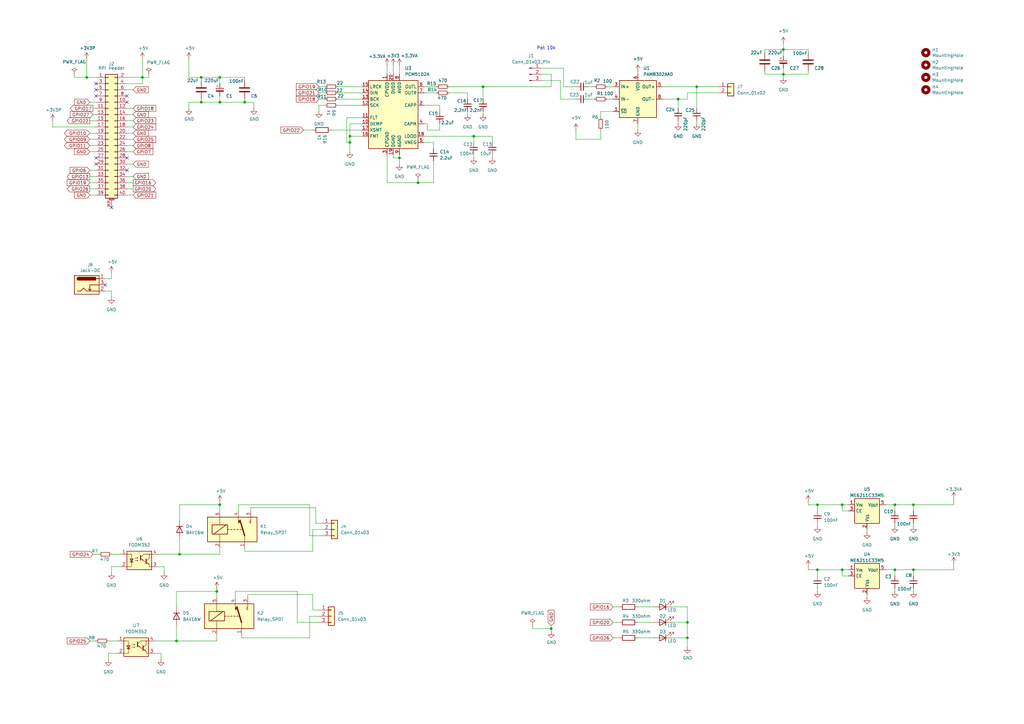
<source format=kicad_sch>
(kicad_sch
	(version 20231120)
	(generator "eeschema")
	(generator_version "8.0")
	(uuid "9554295f-11ef-4a0c-a391-c9547a05a578")
	(paper "A3")
	
	(junction
		(at 143.51 58.42)
		(diameter 0)
		(color 0 0 0 0)
		(uuid "0b795930-dc22-4056-b647-2d8868d9c120")
	)
	(junction
		(at 345.44 207.01)
		(diameter 0)
		(color 0 0 0 0)
		(uuid "0fa1b07b-2a00-4a12-ba94-27959a3418eb")
	)
	(junction
		(at 281.94 261.62)
		(diameter 0)
		(color 0 0 0 0)
		(uuid "1cdfb139-e409-45cb-9179-8675e43b2a9e")
	)
	(junction
		(at 90.17 41.91)
		(diameter 0)
		(color 0 0 0 0)
		(uuid "288bc1ec-cdd9-4db0-8407-8ecf9939529b")
	)
	(junction
		(at 58.42 31.75)
		(diameter 0)
		(color 0 0 0 0)
		(uuid "290e1095-8d2e-442f-80e9-0f803f0377f2")
	)
	(junction
		(at 73.66 227.33)
		(diameter 0)
		(color 0 0 0 0)
		(uuid "3275b3af-d045-4c66-8909-ab4954a1b3c6")
	)
	(junction
		(at 198.12 35.56)
		(diameter 0)
		(color 0 0 0 0)
		(uuid "37ba28d6-fa1f-4134-9b1b-cdee6010796c")
	)
	(junction
		(at 88.9 242.57)
		(diameter 0)
		(color 0 0 0 0)
		(uuid "3dd05fea-782e-42ad-8a7a-4c44bbdf45cb")
	)
	(junction
		(at 374.65 233.68)
		(diameter 0)
		(color 0 0 0 0)
		(uuid "3e3325c3-5cee-4093-b223-0a79b83e9ff3")
	)
	(junction
		(at 285.75 35.56)
		(diameter 0)
		(color 0 0 0 0)
		(uuid "3eda4361-6014-452a-9583-0c22cab7a2f3")
	)
	(junction
		(at 278.13 40.64)
		(diameter 0)
		(color 0 0 0 0)
		(uuid "4ef77cb8-5416-4040-9f0b-c57f5794d834")
	)
	(junction
		(at 194.31 55.88)
		(diameter 0)
		(color 0 0 0 0)
		(uuid "508d66b6-3dc5-4cc0-b240-cb8c8cb94a0c")
	)
	(junction
		(at 143.51 55.88)
		(diameter 0)
		(color 0 0 0 0)
		(uuid "5529cf5e-f159-4678-8d83-43b4c836b108")
	)
	(junction
		(at 171.45 74.93)
		(diameter 0)
		(color 0 0 0 0)
		(uuid "60011f0f-7c05-43ba-98a5-87495cb6bf5f")
	)
	(junction
		(at 281.94 255.27)
		(diameter 0)
		(color 0 0 0 0)
		(uuid "616945a1-3db1-44d2-a191-9a322055b196")
	)
	(junction
		(at 367.03 233.68)
		(diameter 0)
		(color 0 0 0 0)
		(uuid "6a1fc9a3-ca39-49fa-a566-45594c456405")
	)
	(junction
		(at 226.06 257.81)
		(diameter 0)
		(color 0 0 0 0)
		(uuid "77d6856c-62fd-469d-982b-afdd46674189")
	)
	(junction
		(at 90.17 31.75)
		(diameter 0)
		(color 0 0 0 0)
		(uuid "7a34921e-dc5c-4711-a248-7a3844f10efa")
	)
	(junction
		(at 163.83 64.77)
		(diameter 0)
		(color 0 0 0 0)
		(uuid "7dc6f40e-0ee3-4f88-8314-c1c29dbd5e87")
	)
	(junction
		(at 35.56 31.75)
		(diameter 0)
		(color 0 0 0 0)
		(uuid "7f2436c8-2eeb-4046-9915-d62e6aa41b9f")
	)
	(junction
		(at 90.17 207.01)
		(diameter 0)
		(color 0 0 0 0)
		(uuid "870e027c-5daf-4268-bfc2-e06825038c99")
	)
	(junction
		(at 72.39 262.89)
		(diameter 0)
		(color 0 0 0 0)
		(uuid "945cebad-71ce-404b-8eec-4443dd52cec8")
	)
	(junction
		(at 335.28 233.68)
		(diameter 0)
		(color 0 0 0 0)
		(uuid "a265b5e4-edef-414d-a724-6cf3ef69893a")
	)
	(junction
		(at 321.31 20.32)
		(diameter 0)
		(color 0 0 0 0)
		(uuid "a3f399f2-cd8f-43aa-ae03-610e50b953e7")
	)
	(junction
		(at 82.55 31.75)
		(diameter 0)
		(color 0 0 0 0)
		(uuid "a9cf12cd-52bf-4f9f-94ce-972c42ce712b")
	)
	(junction
		(at 82.55 41.91)
		(diameter 0)
		(color 0 0 0 0)
		(uuid "ab2ac506-3b0f-4237-a82e-1953b49aff1c")
	)
	(junction
		(at 100.33 41.91)
		(diameter 0)
		(color 0 0 0 0)
		(uuid "b10ea619-9cb7-4e4d-9957-f034d9037395")
	)
	(junction
		(at 321.31 30.48)
		(diameter 0)
		(color 0 0 0 0)
		(uuid "cfaeb25a-0f8e-4caa-8e59-7a1770355fac")
	)
	(junction
		(at 335.28 207.01)
		(diameter 0)
		(color 0 0 0 0)
		(uuid "d0eadb93-6dc1-4a28-87e6-ab22784b2f9c")
	)
	(junction
		(at 345.44 233.68)
		(diameter 0)
		(color 0 0 0 0)
		(uuid "d6a4f90f-1981-4105-b300-37c9c0fa8868")
	)
	(junction
		(at 374.65 207.01)
		(diameter 0)
		(color 0 0 0 0)
		(uuid "ef4b97cc-95e4-4056-baca-376e6e204f35")
	)
	(junction
		(at 367.03 207.01)
		(diameter 0)
		(color 0 0 0 0)
		(uuid "f04576b9-cec8-44b9-b72a-6827ee03dff9")
	)
	(no_connect
		(at 52.07 41.91)
		(uuid "042e9436-7064-4e3b-a513-45e1e65bad2e")
	)
	(no_connect
		(at 52.07 39.37)
		(uuid "1b2ab878-5ea5-4ece-aa89-c07f3823ff0a")
	)
	(no_connect
		(at 39.37 34.29)
		(uuid "1fdea2f0-c797-44cb-b7cb-c9263113ad88")
	)
	(no_connect
		(at 39.37 39.37)
		(uuid "20dd9c7f-9773-486d-b049-9e7672212a48")
	)
	(no_connect
		(at 39.37 67.31)
		(uuid "540c99fd-24c4-4aa1-aa7f-2476b9f17a76")
	)
	(no_connect
		(at 52.07 64.77)
		(uuid "5c3f3d81-cdaa-44d1-b274-062dc156080b")
	)
	(no_connect
		(at 52.07 69.85)
		(uuid "67112b10-3658-4b98-929f-a1198df4b725")
	)
	(no_connect
		(at 39.37 64.77)
		(uuid "d0859326-b9b0-4c3e-89aa-40a190f15f81")
	)
	(no_connect
		(at 39.37 36.83)
		(uuid "dd75fc0c-0e10-44a0-bad2-183804387f44")
	)
	(no_connect
		(at 45.72 85.09)
		(uuid "f5448ad3-df4e-4f91-acf3-388597787b44")
	)
	(no_connect
		(at 43.18 116.84)
		(uuid "f72bba1c-49c6-4bf9-8479-4828d4b73e75")
	)
	(wire
		(pts
			(xy 194.31 55.88) (xy 201.93 55.88)
		)
		(stroke
			(width 0)
			(type default)
		)
		(uuid "001e51f1-a4ed-40ef-ad4e-7da200e2136b")
	)
	(wire
		(pts
			(xy 88.9 241.3) (xy 88.9 242.57)
		)
		(stroke
			(width 0)
			(type default)
		)
		(uuid "00ca800a-c9e0-48d3-88e4-f2411c5c12b1")
	)
	(wire
		(pts
			(xy 128.27 217.17) (xy 128.27 226.06)
		)
		(stroke
			(width 0)
			(type default)
		)
		(uuid "00f8e191-7104-4ee8-a5e2-256be40b0bda")
	)
	(wire
		(pts
			(xy 102.87 209.55) (xy 102.87 208.28)
		)
		(stroke
			(width 0)
			(type default)
		)
		(uuid "02451390-5093-489c-9452-bffe6b48e33d")
	)
	(wire
		(pts
			(xy 335.28 209.55) (xy 335.28 207.01)
		)
		(stroke
			(width 0)
			(type default)
		)
		(uuid "02865264-f98e-4324-a59c-3c58a6bfc6ec")
	)
	(wire
		(pts
			(xy 73.66 227.33) (xy 90.17 227.33)
		)
		(stroke
			(width 0)
			(type default)
		)
		(uuid "0363fd00-e9fd-43dc-9aba-80a55554ea69")
	)
	(wire
		(pts
			(xy 45.72 227.33) (xy 49.53 227.33)
		)
		(stroke
			(width 0)
			(type default)
		)
		(uuid "038840ea-8b07-4e33-b832-2db97da7b2e5")
	)
	(wire
		(pts
			(xy 142.24 58.42) (xy 143.51 58.42)
		)
		(stroke
			(width 0)
			(type default)
		)
		(uuid "038fded2-b709-499c-ba48-e03f5f41a1f9")
	)
	(wire
		(pts
			(xy 226.06 257.81) (xy 226.06 259.08)
		)
		(stroke
			(width 0)
			(type default)
		)
		(uuid "04ed096d-e34b-4fac-9e9c-890af787b3ca")
	)
	(wire
		(pts
			(xy 231.14 27.94) (xy 222.25 27.94)
		)
		(stroke
			(width 0)
			(type default)
		)
		(uuid "06ee3cdb-03b6-446f-9dc6-f3dad957bb14")
	)
	(wire
		(pts
			(xy 52.07 59.69) (xy 54.61 59.69)
		)
		(stroke
			(width 0)
			(type default)
		)
		(uuid "08369142-b856-4e01-a554-e7dddaf0f7ac")
	)
	(wire
		(pts
			(xy 335.28 207.01) (xy 345.44 207.01)
		)
		(stroke
			(width 0)
			(type default)
		)
		(uuid "0a02b8c2-5ce2-4688-b6a2-c4509636dd2b")
	)
	(wire
		(pts
			(xy 335.28 241.3) (xy 335.28 242.57)
		)
		(stroke
			(width 0)
			(type default)
		)
		(uuid "0b261709-6b3b-403d-8098-00abcc735df1")
	)
	(wire
		(pts
			(xy 36.83 62.23) (xy 39.37 62.23)
		)
		(stroke
			(width 0)
			(type default)
		)
		(uuid "0b60e137-286c-4d9c-8194-93b68afbc4e1")
	)
	(wire
		(pts
			(xy 355.6 243.84) (xy 355.6 245.11)
		)
		(stroke
			(width 0)
			(type default)
		)
		(uuid "0c8b709c-4c0e-47b6-9ca8-dfa60a4a11c2")
	)
	(wire
		(pts
			(xy 321.31 20.32) (xy 321.31 22.86)
		)
		(stroke
			(width 0)
			(type default)
		)
		(uuid "0d1906d2-cff9-4354-b6b7-4eaffb2ef72d")
	)
	(wire
		(pts
			(xy 363.22 233.68) (xy 367.03 233.68)
		)
		(stroke
			(width 0)
			(type default)
		)
		(uuid "0e131992-2358-436a-a3a3-353b912eeebd")
	)
	(wire
		(pts
			(xy 173.99 35.56) (xy 179.07 35.56)
		)
		(stroke
			(width 0)
			(type default)
		)
		(uuid "11669942-09c4-4f1b-b326-d1f69e62134e")
	)
	(wire
		(pts
			(xy 36.83 54.61) (xy 39.37 54.61)
		)
		(stroke
			(width 0)
			(type default)
		)
		(uuid "1568a092-3886-473a-b0be-7d01e496a552")
	)
	(wire
		(pts
			(xy 161.29 26.67) (xy 161.29 30.48)
		)
		(stroke
			(width 0)
			(type default)
		)
		(uuid "1571dfd2-f17b-4599-9594-8b924e113040")
	)
	(wire
		(pts
			(xy 321.31 27.94) (xy 321.31 30.48)
		)
		(stroke
			(width 0)
			(type default)
		)
		(uuid "16c3306b-8954-4af7-b64f-196d5c27d72a")
	)
	(wire
		(pts
			(xy 90.17 205.74) (xy 90.17 207.01)
		)
		(stroke
			(width 0)
			(type default)
		)
		(uuid "19a5b147-7229-4252-aaf6-4dea39fceea2")
	)
	(wire
		(pts
			(xy 82.55 41.91) (xy 77.47 41.91)
		)
		(stroke
			(width 0)
			(type default)
		)
		(uuid "1abb8fb2-5f09-47d4-847c-3a4d701a7e6a")
	)
	(wire
		(pts
			(xy 138.43 38.1) (xy 148.59 38.1)
		)
		(stroke
			(width 0)
			(type default)
		)
		(uuid "1bafdfcc-6d82-41e0-b63a-82bdcec02e29")
	)
	(wire
		(pts
			(xy 73.66 207.01) (xy 90.17 207.01)
		)
		(stroke
			(width 0)
			(type default)
		)
		(uuid "1ce61a7f-658c-4144-954a-c24514b1d901")
	)
	(wire
		(pts
			(xy 129.54 214.63) (xy 132.08 214.63)
		)
		(stroke
			(width 0)
			(type default)
		)
		(uuid "1f691c1c-b32a-4749-8795-8508ef08e5a8")
	)
	(wire
		(pts
			(xy 96.52 242.57) (xy 121.92 242.57)
		)
		(stroke
			(width 0)
			(type default)
		)
		(uuid "20a149e4-237a-4108-8970-0c6536522e91")
	)
	(wire
		(pts
			(xy 100.33 224.79) (xy 100.33 226.06)
		)
		(stroke
			(width 0)
			(type default)
		)
		(uuid "22740182-dcc0-432d-b279-01b60fe9f102")
	)
	(wire
		(pts
			(xy 143.51 55.88) (xy 143.51 58.42)
		)
		(stroke
			(width 0)
			(type default)
		)
		(uuid "22b060fd-db90-4a85-915d-08e696ad2192")
	)
	(wire
		(pts
			(xy 90.17 207.01) (xy 90.17 209.55)
		)
		(stroke
			(width 0)
			(type default)
		)
		(uuid "22b7b11d-7136-4380-8b71-9858182438c0")
	)
	(wire
		(pts
			(xy 251.46 261.62) (xy 254 261.62)
		)
		(stroke
			(width 0)
			(type default)
		)
		(uuid "244ce631-9b17-4c5b-9ccb-23fae942f831")
	)
	(wire
		(pts
			(xy 45.72 232.41) (xy 45.72 234.95)
		)
		(stroke
			(width 0)
			(type default)
		)
		(uuid "247aa5e8-7898-450e-97fd-2b8629e89de6")
	)
	(wire
		(pts
			(xy 52.07 57.15) (xy 54.61 57.15)
		)
		(stroke
			(width 0)
			(type default)
		)
		(uuid "26138a2d-7901-4148-8618-b673e982bc63")
	)
	(wire
		(pts
			(xy 275.59 248.92) (xy 281.94 248.92)
		)
		(stroke
			(width 0)
			(type default)
		)
		(uuid "26dc2eb6-3e7e-4b9e-b101-108b5ed9a27f")
	)
	(wire
		(pts
			(xy 77.47 31.75) (xy 82.55 31.75)
		)
		(stroke
			(width 0)
			(type default)
		)
		(uuid "2890d301-5051-4606-bfd6-79541416c50e")
	)
	(wire
		(pts
			(xy 281.94 40.64) (xy 281.94 38.1)
		)
		(stroke
			(width 0)
			(type default)
		)
		(uuid "28c822b5-da1d-4f00-9960-3465d1140b5f")
	)
	(wire
		(pts
			(xy 374.65 214.63) (xy 374.65 215.9)
		)
		(stroke
			(width 0)
			(type default)
		)
		(uuid "2b7304b8-adf4-44a3-99d4-e560d3e388c3")
	)
	(wire
		(pts
			(xy 66.04 267.97) (xy 66.04 270.51)
		)
		(stroke
			(width 0)
			(type default)
		)
		(uuid "2ba12cd8-1e67-472b-b87c-696d756a1b74")
	)
	(wire
		(pts
			(xy 36.83 59.69) (xy 39.37 59.69)
		)
		(stroke
			(width 0)
			(type default)
		)
		(uuid "2bd6527e-f57b-4d17-b787-3512aed42302")
	)
	(wire
		(pts
			(xy 335.28 214.63) (xy 335.28 215.9)
		)
		(stroke
			(width 0)
			(type default)
		)
		(uuid "2db652d7-ed95-4470-9ead-ea72aa34ef06")
	)
	(wire
		(pts
			(xy 43.18 119.38) (xy 45.72 119.38)
		)
		(stroke
			(width 0)
			(type default)
		)
		(uuid "2f471706-7edb-46c8-9d20-3c5eada9c2b0")
	)
	(wire
		(pts
			(xy 96.52 245.11) (xy 96.52 242.57)
		)
		(stroke
			(width 0)
			(type default)
		)
		(uuid "2f707f7c-af2f-4155-8f88-37cbd53e93f1")
	)
	(wire
		(pts
			(xy 52.07 49.53) (xy 54.61 49.53)
		)
		(stroke
			(width 0)
			(type default)
		)
		(uuid "2f9537a2-ca83-4d2c-9484-5e3bd9a5f535")
	)
	(wire
		(pts
			(xy 347.98 233.68) (xy 345.44 233.68)
		)
		(stroke
			(width 0)
			(type default)
		)
		(uuid "31c4f56a-4406-4950-a1e4-12fc32bb580e")
	)
	(wire
		(pts
			(xy 367.03 207.01) (xy 367.03 209.55)
		)
		(stroke
			(width 0)
			(type default)
		)
		(uuid "327ffc82-2fca-4d66-bba4-0db65927c97e")
	)
	(wire
		(pts
			(xy 374.65 233.68) (xy 374.65 236.22)
		)
		(stroke
			(width 0)
			(type default)
		)
		(uuid "36d6b94f-a6b9-4423-9c31-8769d39ff7de")
	)
	(wire
		(pts
			(xy 281.94 248.92) (xy 281.94 255.27)
		)
		(stroke
			(width 0)
			(type default)
		)
		(uuid "376a6c37-19cc-4810-9eb3-4f5002c10e13")
	)
	(wire
		(pts
			(xy 321.31 30.48) (xy 321.31 31.75)
		)
		(stroke
			(width 0)
			(type default)
		)
		(uuid "37d5a76c-c651-4ac8-a5e3-46c2c2bfa8a0")
	)
	(wire
		(pts
			(xy 38.1 227.33) (xy 40.64 227.33)
		)
		(stroke
			(width 0)
			(type default)
		)
		(uuid "39bade24-2f39-4e82-9ecf-3c958025b0c5")
	)
	(wire
		(pts
			(xy 73.66 220.98) (xy 73.66 227.33)
		)
		(stroke
			(width 0)
			(type default)
		)
		(uuid "3a9b7cb6-6d21-4f80-be27-99b6784813b8")
	)
	(wire
		(pts
			(xy 163.83 64.77) (xy 163.83 67.31)
		)
		(stroke
			(width 0)
			(type default)
		)
		(uuid "3abf3b66-aee6-4455-9760-11ad20149b3e")
	)
	(wire
		(pts
			(xy 173.99 55.88) (xy 194.31 55.88)
		)
		(stroke
			(width 0)
			(type default)
		)
		(uuid "3c950c12-65da-4807-a814-1aa582c942cb")
	)
	(wire
		(pts
			(xy 198.12 45.72) (xy 198.12 46.99)
		)
		(stroke
			(width 0)
			(type default)
		)
		(uuid "3dc01ae2-42ab-48fe-8bea-683dbd1078b1")
	)
	(wire
		(pts
			(xy 90.17 31.75) (xy 100.33 31.75)
		)
		(stroke
			(width 0)
			(type default)
		)
		(uuid "3ff5922d-e067-4dba-98f0-330c602e180c")
	)
	(wire
		(pts
			(xy 52.07 74.93) (xy 54.61 74.93)
		)
		(stroke
			(width 0)
			(type default)
		)
		(uuid "40de4661-ca8a-4868-91f3-f054346dd00d")
	)
	(wire
		(pts
			(xy 77.47 41.91) (xy 77.47 44.45)
		)
		(stroke
			(width 0)
			(type default)
		)
		(uuid "40f07543-9760-4d98-b987-1ac12de579d8")
	)
	(wire
		(pts
			(xy 36.83 49.53) (xy 39.37 49.53)
		)
		(stroke
			(width 0)
			(type default)
		)
		(uuid "43ba5ffb-3572-4faa-b705-adc0a413c08a")
	)
	(wire
		(pts
			(xy 38.1 46.99) (xy 39.37 46.99)
		)
		(stroke
			(width 0)
			(type default)
		)
		(uuid "43dc7f93-e017-4eca-bcde-bb1a3bc2fc0b")
	)
	(wire
		(pts
			(xy 367.03 207.01) (xy 374.65 207.01)
		)
		(stroke
			(width 0)
			(type default)
		)
		(uuid "44299c7e-afad-4db8-befb-9be61a274242")
	)
	(wire
		(pts
			(xy 321.31 30.48) (xy 331.47 30.48)
		)
		(stroke
			(width 0)
			(type default)
		)
		(uuid "447ae51c-0cb6-4dc6-a618-6e3414237490")
	)
	(wire
		(pts
			(xy 148.59 48.26) (xy 142.24 48.26)
		)
		(stroke
			(width 0)
			(type default)
		)
		(uuid "45207781-1a19-4640-b335-f968e225d293")
	)
	(wire
		(pts
			(xy 99.06 261.62) (xy 127 261.62)
		)
		(stroke
			(width 0)
			(type default)
		)
		(uuid "45febf63-c2cf-4c52-a12d-db81fdfc8349")
	)
	(wire
		(pts
			(xy 374.65 207.01) (xy 391.16 207.01)
		)
		(stroke
			(width 0)
			(type default)
		)
		(uuid "46440bb1-7c9c-4635-b4d5-90d36f31172f")
	)
	(wire
		(pts
			(xy 201.93 63.5) (xy 201.93 64.77)
		)
		(stroke
			(width 0)
			(type default)
		)
		(uuid "473e4fba-bcc8-4540-8ea9-84e5bb3d5cdc")
	)
	(wire
		(pts
			(xy 347.98 207.01) (xy 345.44 207.01)
		)
		(stroke
			(width 0)
			(type default)
		)
		(uuid "47be9302-a903-4a0c-a2ff-d2fe54b4f5d8")
	)
	(wire
		(pts
			(xy 158.75 26.67) (xy 158.75 30.48)
		)
		(stroke
			(width 0)
			(type default)
		)
		(uuid "47c849ae-b4a4-4036-8f8a-927483c469ec")
	)
	(wire
		(pts
			(xy 127 252.73) (xy 130.81 252.73)
		)
		(stroke
			(width 0)
			(type default)
		)
		(uuid "4820413f-88d2-4c8a-9cad-ebe87b37e3f2")
	)
	(wire
		(pts
			(xy 21.59 52.07) (xy 39.37 52.07)
		)
		(stroke
			(width 0)
			(type default)
		)
		(uuid "494222a0-e4f5-4dc0-8c6b-ab202e6f7c7b")
	)
	(wire
		(pts
			(xy 194.31 63.5) (xy 194.31 64.77)
		)
		(stroke
			(width 0)
			(type default)
		)
		(uuid "4a5374bc-1aef-40c7-971a-ceb151a831ab")
	)
	(wire
		(pts
			(xy 246.38 45.72) (xy 251.46 45.72)
		)
		(stroke
			(width 0)
			(type default)
		)
		(uuid "4c01bfee-7873-44b5-944d-c339704d19af")
	)
	(wire
		(pts
			(xy 198.12 35.56) (xy 198.12 40.64)
		)
		(stroke
			(width 0)
			(type default)
		)
		(uuid "4c3d77f3-c962-4b62-8e34-e9b58cf47dae")
	)
	(wire
		(pts
			(xy 73.66 213.36) (xy 73.66 207.01)
		)
		(stroke
			(width 0)
			(type default)
		)
		(uuid "4c4a42e5-a8ad-4aa4-a23e-321e1e640407")
	)
	(wire
		(pts
			(xy 72.39 248.92) (xy 72.39 242.57)
		)
		(stroke
			(width 0)
			(type default)
		)
		(uuid "4e28a680-5202-4749-bc3e-4d7289296a7e")
	)
	(wire
		(pts
			(xy 138.43 40.64) (xy 148.59 40.64)
		)
		(stroke
			(width 0)
			(type default)
		)
		(uuid "50e600e7-cf49-466e-bbc3-c86ba2561031")
	)
	(wire
		(pts
			(xy 175.26 50.8) (xy 175.26 53.34)
		)
		(stroke
			(width 0)
			(type default)
		)
		(uuid "510d08fd-7e3f-4471-be10-fe5aec20de02")
	)
	(wire
		(pts
			(xy 36.83 69.85) (xy 39.37 69.85)
		)
		(stroke
			(width 0)
			(type default)
		)
		(uuid "524bdf6b-4b90-4672-93b5-bedf285b2746")
	)
	(wire
		(pts
			(xy 271.78 40.64) (xy 278.13 40.64)
		)
		(stroke
			(width 0)
			(type default)
		)
		(uuid "52fbcb69-1182-4720-887f-3e1f0132c20b")
	)
	(wire
		(pts
			(xy 36.83 80.01) (xy 39.37 80.01)
		)
		(stroke
			(width 0)
			(type default)
		)
		(uuid "536cce8a-4e32-493b-a9b8-0f42a031788c")
	)
	(wire
		(pts
			(xy 30.48 30.48) (xy 30.48 31.75)
		)
		(stroke
			(width 0)
			(type default)
		)
		(uuid "538dbc69-8313-421c-8bb6-2195e8bfd404")
	)
	(wire
		(pts
			(xy 143.51 55.88) (xy 148.59 55.88)
		)
		(stroke
			(width 0)
			(type default)
		)
		(uuid "5443e757-22a3-4068-85cb-58edea1ab4c8")
	)
	(wire
		(pts
			(xy 72.39 262.89) (xy 88.9 262.89)
		)
		(stroke
			(width 0)
			(type default)
		)
		(uuid "55bb4569-4797-4b78-b9a3-7fa8bd3a7425")
	)
	(wire
		(pts
			(xy 163.83 26.67) (xy 163.83 30.48)
		)
		(stroke
			(width 0)
			(type default)
		)
		(uuid "55e222ad-3f0d-41fd-a832-4409ef4559d1")
	)
	(wire
		(pts
			(xy 278.13 40.64) (xy 278.13 44.45)
		)
		(stroke
			(width 0)
			(type default)
		)
		(uuid "56b79241-f996-457b-864a-69f5e6028291")
	)
	(wire
		(pts
			(xy 229.87 40.64) (xy 236.22 40.64)
		)
		(stroke
			(width 0)
			(type default)
		)
		(uuid "56e44397-0232-41e8-b531-b08c1e66902b")
	)
	(wire
		(pts
			(xy 281.94 261.62) (xy 281.94 265.43)
		)
		(stroke
			(width 0)
			(type default)
		)
		(uuid "56f0645a-5c85-4935-b7bc-29a9fc4953a2")
	)
	(wire
		(pts
			(xy 374.65 207.01) (xy 374.65 209.55)
		)
		(stroke
			(width 0)
			(type default)
		)
		(uuid "59631e52-7a35-4465-9f01-248b1f49fe0f")
	)
	(wire
		(pts
			(xy 52.07 44.45) (xy 54.61 44.45)
		)
		(stroke
			(width 0)
			(type default)
		)
		(uuid "5a7b6d5b-d022-4b66-a6ba-3406a5ca43bb")
	)
	(wire
		(pts
			(xy 82.55 41.91) (xy 90.17 41.91)
		)
		(stroke
			(width 0)
			(type default)
		)
		(uuid "5a9741e2-1c40-4b93-8897-1eba8fca8a7e")
	)
	(wire
		(pts
			(xy 285.75 49.53) (xy 285.75 50.8)
		)
		(stroke
			(width 0)
			(type default)
		)
		(uuid "5a9d411d-d33e-4239-9ee0-7d955db2222e")
	)
	(wire
		(pts
			(xy 130.81 43.18) (xy 133.35 43.18)
		)
		(stroke
			(width 0)
			(type default)
		)
		(uuid "5cb299b0-a673-4ad9-9962-232e280263e8")
	)
	(wire
		(pts
			(xy 44.45 267.97) (xy 48.26 267.97)
		)
		(stroke
			(width 0)
			(type default)
		)
		(uuid "5e8c70ab-5905-4d20-a393-8cf6c0230e04")
	)
	(wire
		(pts
			(xy 64.77 227.33) (xy 73.66 227.33)
		)
		(stroke
			(width 0)
			(type default)
		)
		(uuid "5ee9660f-d326-4bd0-8396-d257aa24bb00")
	)
	(wire
		(pts
			(xy 226.06 256.54) (xy 226.06 257.81)
		)
		(stroke
			(width 0)
			(type default)
		)
		(uuid "601b7fc4-70bc-4670-9233-0ba028cd4be5")
	)
	(wire
		(pts
			(xy 102.87 208.28) (xy 129.54 208.28)
		)
		(stroke
			(width 0)
			(type default)
		)
		(uuid "61368779-0875-45d9-aa60-b377e77d3ee4")
	)
	(wire
		(pts
			(xy 171.45 73.66) (xy 171.45 74.93)
		)
		(stroke
			(width 0)
			(type default)
		)
		(uuid "613e1426-7890-4d1f-84d0-46dc28329648")
	)
	(wire
		(pts
			(xy 248.92 35.56) (xy 251.46 35.56)
		)
		(stroke
			(width 0)
			(type default)
		)
		(uuid "615dd50e-2bb7-4a6a-b528-53c398d932e8")
	)
	(wire
		(pts
			(xy 198.12 35.56) (xy 226.06 35.56)
		)
		(stroke
			(width 0)
			(type default)
		)
		(uuid "61c16e04-91fc-44b8-bf07-6b94e5bedf51")
	)
	(wire
		(pts
			(xy 158.75 63.5) (xy 158.75 74.93)
		)
		(stroke
			(width 0)
			(type default)
		)
		(uuid "624eb704-f032-4486-9769-67c7b9a5d04e")
	)
	(wire
		(pts
			(xy 138.43 43.18) (xy 148.59 43.18)
		)
		(stroke
			(width 0)
			(type default)
		)
		(uuid "626d151a-a436-43f6-a503-c42702132d88")
	)
	(wire
		(pts
			(xy 313.69 20.32) (xy 321.31 20.32)
		)
		(stroke
			(width 0)
			(type default)
		)
		(uuid "62e66c44-f6ed-4893-a5fa-c83c3cd34c3f")
	)
	(wire
		(pts
			(xy 52.07 62.23) (xy 54.61 62.23)
		)
		(stroke
			(width 0)
			(type default)
		)
		(uuid "64bd7b40-ce93-40c5-9d8c-01ccb42e37b0")
	)
	(wire
		(pts
			(xy 177.8 58.42) (xy 177.8 60.96)
		)
		(stroke
			(width 0)
			(type default)
		)
		(uuid "65fb471d-bee7-4f02-a793-24261ac190a7")
	)
	(wire
		(pts
			(xy 143.51 50.8) (xy 148.59 50.8)
		)
		(stroke
			(width 0)
			(type default)
		)
		(uuid "664b555b-2f23-478a-b8ca-fb77e5f365c0")
	)
	(wire
		(pts
			(xy 45.72 232.41) (xy 49.53 232.41)
		)
		(stroke
			(width 0)
			(type default)
		)
		(uuid "68163138-7ca0-4567-80ac-082e3489e807")
	)
	(wire
		(pts
			(xy 143.51 50.8) (xy 143.51 55.88)
		)
		(stroke
			(width 0)
			(type default)
		)
		(uuid "6984d8de-b285-422c-b22a-a4481d84411c")
	)
	(wire
		(pts
			(xy 331.47 20.32) (xy 331.47 21.59)
		)
		(stroke
			(width 0)
			(type default)
		)
		(uuid "6a1c69cc-c3ba-4cf8-8e6f-580342205b99")
	)
	(wire
		(pts
			(xy 184.15 35.56) (xy 198.12 35.56)
		)
		(stroke
			(width 0)
			(type default)
		)
		(uuid "6a83127e-253b-42e5-9104-206c8ee49802")
	)
	(wire
		(pts
			(xy 142.24 48.26) (xy 142.24 58.42)
		)
		(stroke
			(width 0)
			(type default)
		)
		(uuid "6c237182-ceea-4b62-8b07-e609dd7c4953")
	)
	(wire
		(pts
			(xy 100.33 31.75) (xy 100.33 33.02)
		)
		(stroke
			(width 0)
			(type default)
		)
		(uuid "6eadfdce-cda7-4855-8cbf-637e543953fa")
	)
	(wire
		(pts
			(xy 101.6 245.11) (xy 101.6 243.84)
		)
		(stroke
			(width 0)
			(type default)
		)
		(uuid "6f2348c5-e2da-40d2-80b5-0037452ff2e5")
	)
	(wire
		(pts
			(xy 177.8 66.04) (xy 177.8 74.93)
		)
		(stroke
			(width 0)
			(type default)
		)
		(uuid "72ba4529-d5d7-4677-a6ae-1a3e1a9304d6")
	)
	(wire
		(pts
			(xy 82.55 31.75) (xy 90.17 31.75)
		)
		(stroke
			(width 0)
			(type default)
		)
		(uuid "7388e7e1-754b-4627-ab67-9eab332cfdc3")
	)
	(wire
		(pts
			(xy 36.83 41.91) (xy 39.37 41.91)
		)
		(stroke
			(width 0)
			(type default)
		)
		(uuid "73e082f9-f03e-4f18-adbe-c18cab25293a")
	)
	(wire
		(pts
			(xy 130.81 38.1) (xy 133.35 38.1)
		)
		(stroke
			(width 0)
			(type default)
		)
		(uuid "74dddbed-ba3a-41c9-89df-0d88e54f9ec0")
	)
	(wire
		(pts
			(xy 281.94 255.27) (xy 281.94 261.62)
		)
		(stroke
			(width 0)
			(type default)
		)
		(uuid "76c8067c-ba6b-4b8d-9906-28d27b08e2d2")
	)
	(wire
		(pts
			(xy 191.77 38.1) (xy 191.77 40.64)
		)
		(stroke
			(width 0)
			(type default)
		)
		(uuid "76d05352-2b62-4ce6-af6c-69564abd98bb")
	)
	(wire
		(pts
			(xy 45.72 114.3) (xy 45.72 111.76)
		)
		(stroke
			(width 0)
			(type default)
		)
		(uuid "785da9c1-5437-491c-9a3c-8f8c90dd41ae")
	)
	(wire
		(pts
			(xy 64.77 232.41) (xy 67.31 232.41)
		)
		(stroke
			(width 0)
			(type default)
		)
		(uuid "7881d8d9-3c33-4032-b194-a7666b7eb051")
	)
	(wire
		(pts
			(xy 63.5 267.97) (xy 66.04 267.97)
		)
		(stroke
			(width 0)
			(type default)
		)
		(uuid "78fe119a-dc1c-4c22-baa7-9b90e667d77b")
	)
	(wire
		(pts
			(xy 201.93 55.88) (xy 201.93 58.42)
		)
		(stroke
			(width 0)
			(type default)
		)
		(uuid "7ad46c6c-70e0-4bdb-84b7-f567e341e10e")
	)
	(wire
		(pts
			(xy 271.78 35.56) (xy 285.75 35.56)
		)
		(stroke
			(width 0)
			(type default)
		)
		(uuid "7ae6bc9d-7c25-41df-9b59-b0b6630ec1ac")
	)
	(wire
		(pts
			(xy 158.75 74.93) (xy 171.45 74.93)
		)
		(stroke
			(width 0)
			(type default)
		)
		(uuid "7b25b608-714c-42b8-9ef8-4d18c7e5f936")
	)
	(wire
		(pts
			(xy 101.6 243.84) (xy 128.27 243.84)
		)
		(stroke
			(width 0)
			(type default)
		)
		(uuid "7c06d571-6b06-4deb-9ce5-10067f3ac3d5")
	)
	(wire
		(pts
			(xy 226.06 30.48) (xy 222.25 30.48)
		)
		(stroke
			(width 0)
			(type default)
		)
		(uuid "7eb06337-0b31-4b49-98a2-3728b703863b")
	)
	(wire
		(pts
			(xy 331.47 232.41) (xy 331.47 233.68)
		)
		(stroke
			(width 0)
			(type default)
		)
		(uuid "80626b3c-188b-43db-a1c2-af1a280f5412")
	)
	(wire
		(pts
			(xy 246.38 48.26) (xy 246.38 45.72)
		)
		(stroke
			(width 0)
			(type default)
		)
		(uuid "811ea2d9-75b6-4afb-86c8-3c122faa5778")
	)
	(wire
		(pts
			(xy 278.13 49.53) (xy 278.13 50.8)
		)
		(stroke
			(width 0)
			(type default)
		)
		(uuid "8297c48f-c579-45ed-b285-07afda4ff151")
	)
	(wire
		(pts
			(xy 180.34 43.18) (xy 180.34 45.72)
		)
		(stroke
			(width 0)
			(type default)
		)
		(uuid "830f9866-e8d5-4811-9135-175b95ef3775")
	)
	(wire
		(pts
			(xy 90.17 31.75) (xy 90.17 34.29)
		)
		(stroke
			(width 0)
			(type default)
		)
		(uuid "84aa2730-b8a6-4ebe-8b7e-2061b7712dd6")
	)
	(wire
		(pts
			(xy 261.62 261.62) (xy 267.97 261.62)
		)
		(stroke
			(width 0)
			(type default)
		)
		(uuid "858d4938-c023-4923-91e5-949ba4ca32f9")
	)
	(wire
		(pts
			(xy 121.92 255.27) (xy 130.81 255.27)
		)
		(stroke
			(width 0)
			(type default)
		)
		(uuid "85cc5535-5dff-4b7a-b800-06fcfb43345c")
	)
	(wire
		(pts
			(xy 135.89 53.34) (xy 148.59 53.34)
		)
		(stroke
			(width 0)
			(type default)
		)
		(uuid "866b558a-ad49-4ca9-b785-f86e2ca15722")
	)
	(wire
		(pts
			(xy 128.27 243.84) (xy 128.27 250.19)
		)
		(stroke
			(width 0)
			(type default)
		)
		(uuid "8705f8bc-1007-41ff-b07d-1b0c6eacaf6b")
	)
	(wire
		(pts
			(xy 100.33 41.91) (xy 100.33 40.64)
		)
		(stroke
			(width 0)
			(type default)
		)
		(uuid "871ec447-f4e5-400b-8c92-7d99f070db2d")
	)
	(wire
		(pts
			(xy 194.31 55.88) (xy 194.31 58.42)
		)
		(stroke
			(width 0)
			(type default)
		)
		(uuid "875c09dc-87e1-4963-97b8-381e28ca20a7")
	)
	(wire
		(pts
			(xy 367.03 214.63) (xy 367.03 215.9)
		)
		(stroke
			(width 0)
			(type default)
		)
		(uuid "8780ab9e-8dfd-4870-9e4a-804ef1e7e3a7")
	)
	(wire
		(pts
			(xy 90.17 39.37) (xy 90.17 41.91)
		)
		(stroke
			(width 0)
			(type default)
		)
		(uuid "87c1d4e1-4e78-4a51-b119-8674913f1176")
	)
	(wire
		(pts
			(xy 191.77 45.72) (xy 191.77 46.99)
		)
		(stroke
			(width 0)
			(type default)
		)
		(uuid "883fb918-b316-45d4-a357-1ebd2d2ec6e1")
	)
	(wire
		(pts
			(xy 163.83 63.5) (xy 163.83 64.77)
		)
		(stroke
			(width 0)
			(type default)
		)
		(uuid "88c8f8e5-c3aa-4db7-aaa6-198a5a1e62a7")
	)
	(wire
		(pts
			(xy 313.69 30.48) (xy 321.31 30.48)
		)
		(stroke
			(width 0)
			(type default)
		)
		(uuid "8ca6313d-e5ee-4f0f-b157-9b528dcfcdfd")
	)
	(wire
		(pts
			(xy 127 207.01) (xy 127 219.71)
		)
		(stroke
			(width 0)
			(type default)
		)
		(uuid "8d418022-5ad2-4587-aaee-f049892133bb")
	)
	(wire
		(pts
			(xy 88.9 260.35) (xy 88.9 262.89)
		)
		(stroke
			(width 0)
			(type default)
		)
		(uuid "90b6d53d-35e2-452a-a887-d71e4f2515ab")
	)
	(wire
		(pts
			(xy 36.83 74.93) (xy 39.37 74.93)
		)
		(stroke
			(width 0)
			(type default)
		)
		(uuid "91d97033-ecbd-48aa-9ca5-328a90ec294c")
	)
	(wire
		(pts
			(xy 128.27 217.17) (xy 132.08 217.17)
		)
		(stroke
			(width 0)
			(type default)
		)
		(uuid "925cf9f3-ca05-42ff-8058-3457991983a9")
	)
	(wire
		(pts
			(xy 218.44 256.54) (xy 218.44 257.81)
		)
		(stroke
			(width 0)
			(type default)
		)
		(uuid "944df350-ae28-4a49-a2ed-7813ceff4a7f")
	)
	(wire
		(pts
			(xy 58.42 34.29) (xy 58.42 31.75)
		)
		(stroke
			(width 0)
			(type default)
		)
		(uuid "95919c20-f52b-4c62-a22c-58e556af9d21")
	)
	(wire
		(pts
			(xy 241.3 40.64) (xy 243.84 40.64)
		)
		(stroke
			(width 0)
			(type default)
		)
		(uuid "96045972-2433-4aba-b00f-92551d44a7e0")
	)
	(wire
		(pts
			(xy 52.07 46.99) (xy 54.61 46.99)
		)
		(stroke
			(width 0)
			(type default)
		)
		(uuid "97ea20eb-c7bf-43a5-a93e-4e8acd893a32")
	)
	(wire
		(pts
			(xy 35.56 31.75) (xy 35.56 24.13)
		)
		(stroke
			(width 0)
			(type default)
		)
		(uuid "99e78eaa-a9c8-4ec4-8fac-a578373a479f")
	)
	(wire
		(pts
			(xy 82.55 33.02) (xy 82.55 31.75)
		)
		(stroke
			(width 0)
			(type default)
		)
		(uuid "9a08691f-5e23-4275-bf1d-d86eab3cf2a5")
	)
	(wire
		(pts
			(xy 67.31 232.41) (xy 67.31 234.95)
		)
		(stroke
			(width 0)
			(type default)
		)
		(uuid "9a731d04-9f2c-4b41-9ad2-6f0d1f5c97fb")
	)
	(wire
		(pts
			(xy 175.26 53.34) (xy 180.34 53.34)
		)
		(stroke
			(width 0)
			(type default)
		)
		(uuid "9bbcec20-7937-4f13-99a1-96ae4da5f4a7")
	)
	(wire
		(pts
			(xy 285.75 35.56) (xy 285.75 44.45)
		)
		(stroke
			(width 0)
			(type default)
		)
		(uuid "9c91a5ee-fd51-4a81-8993-b9ae0ff1bb71")
	)
	(wire
		(pts
			(xy 36.83 72.39) (xy 39.37 72.39)
		)
		(stroke
			(width 0)
			(type default)
		)
		(uuid "9dacc33b-c6cd-4cd4-817c-c24672085e7d")
	)
	(wire
		(pts
			(xy 52.07 77.47) (xy 54.61 77.47)
		)
		(stroke
			(width 0)
			(type default)
		)
		(uuid "9e9398a0-a403-4319-b639-8a39505f4dd3")
	)
	(wire
		(pts
			(xy 52.07 36.83) (xy 54.61 36.83)
		)
		(stroke
			(width 0)
			(type default)
		)
		(uuid "9eb59968-d123-4708-8e3c-19ed924ef494")
	)
	(wire
		(pts
			(xy 313.69 21.59) (xy 313.69 20.32)
		)
		(stroke
			(width 0)
			(type default)
		)
		(uuid "9ee7c917-169f-43da-8972-ebc568a963da")
	)
	(wire
		(pts
			(xy 281.94 38.1) (xy 294.64 38.1)
		)
		(stroke
			(width 0)
			(type default)
		)
		(uuid "a04ff1a3-99c5-4f5c-8b4d-7a00b2f7639b")
	)
	(wire
		(pts
			(xy 143.51 58.42) (xy 143.51 62.23)
		)
		(stroke
			(width 0)
			(type default)
		)
		(uuid "a058b140-1ca2-4104-8ba4-2941c9ddce1d")
	)
	(wire
		(pts
			(xy 367.03 233.68) (xy 367.03 236.22)
		)
		(stroke
			(width 0)
			(type default)
		)
		(uuid "a199dd1c-5f6a-4e8c-81f9-5dd09057ada3")
	)
	(wire
		(pts
			(xy 100.33 41.91) (xy 104.14 41.91)
		)
		(stroke
			(width 0)
			(type default)
		)
		(uuid "a1f50be8-0ded-4947-b83f-32b98ccabe50")
	)
	(wire
		(pts
			(xy 331.47 233.68) (xy 335.28 233.68)
		)
		(stroke
			(width 0)
			(type default)
		)
		(uuid "a2d0f2a3-42be-4af9-b34d-334786dbf45c")
	)
	(wire
		(pts
			(xy 331.47 205.74) (xy 331.47 207.01)
		)
		(stroke
			(width 0)
			(type default)
		)
		(uuid "a55f90db-6497-4ad9-8d77-8cab7d342bec")
	)
	(wire
		(pts
			(xy 82.55 41.91) (xy 82.55 40.64)
		)
		(stroke
			(width 0)
			(type default)
		)
		(uuid "a5c83178-3aac-482d-a415-b7120600d4fa")
	)
	(wire
		(pts
			(xy 261.62 29.21) (xy 261.62 30.48)
		)
		(stroke
			(width 0)
			(type default)
		)
		(uuid "a5cc5f4f-24d0-470a-9e89-1d596208604a")
	)
	(wire
		(pts
			(xy 321.31 17.78) (xy 321.31 20.32)
		)
		(stroke
			(width 0)
			(type default)
		)
		(uuid "a6000e9a-5520-4085-9d6b-140d392070e5")
	)
	(wire
		(pts
			(xy 236.22 53.34) (xy 236.22 57.15)
		)
		(stroke
			(width 0)
			(type default)
		)
		(uuid "a7a347ba-4955-479f-ad81-7be1b58fb82f")
	)
	(wire
		(pts
			(xy 241.3 35.56) (xy 243.84 35.56)
		)
		(stroke
			(width 0)
			(type default)
		)
		(uuid "a8a06664-5faa-40be-b52e-15ae610c30ff")
	)
	(wire
		(pts
			(xy 52.07 34.29) (xy 58.42 34.29)
		)
		(stroke
			(width 0)
			(type default)
		)
		(uuid "a8f1aa2a-bff6-4be7-802e-003762d37c7f")
	)
	(wire
		(pts
			(xy 246.38 57.15) (xy 246.38 53.34)
		)
		(stroke
			(width 0)
			(type default)
		)
		(uuid "aaf1d2f2-aa3f-480d-9adb-71d2870deb80")
	)
	(wire
		(pts
			(xy 38.1 44.45) (xy 39.37 44.45)
		)
		(stroke
			(width 0)
			(type default)
		)
		(uuid "abfadb19-2b40-41c2-977a-6a53774bc320")
	)
	(wire
		(pts
			(xy 231.14 35.56) (xy 231.14 27.94)
		)
		(stroke
			(width 0)
			(type default)
		)
		(uuid "ac359cc3-c41a-46ee-8b08-abc5fb4b88da")
	)
	(wire
		(pts
			(xy 173.99 58.42) (xy 177.8 58.42)
		)
		(stroke
			(width 0)
			(type default)
		)
		(uuid "aee9cd29-ac61-42b7-9789-b35d933c24c9")
	)
	(wire
		(pts
			(xy 52.07 31.75) (xy 58.42 31.75)
		)
		(stroke
			(width 0)
			(type default)
		)
		(uuid "b1a47be1-19cc-4131-b47a-3abe58629233")
	)
	(wire
		(pts
			(xy 363.22 207.01) (xy 367.03 207.01)
		)
		(stroke
			(width 0)
			(type default)
		)
		(uuid "b2913dab-05d6-4335-9800-5d5fd0c809b2")
	)
	(wire
		(pts
			(xy 345.44 236.22) (xy 347.98 236.22)
		)
		(stroke
			(width 0)
			(type default)
		)
		(uuid "b3d4610c-2ed1-40e4-baee-444fc9aba208")
	)
	(wire
		(pts
			(xy 127 219.71) (xy 132.08 219.71)
		)
		(stroke
			(width 0)
			(type default)
		)
		(uuid "b505b095-49ca-473d-bd0d-6cb812c2ec90")
	)
	(wire
		(pts
			(xy 44.45 262.89) (xy 48.26 262.89)
		)
		(stroke
			(width 0)
			(type default)
		)
		(uuid "b5c3b326-9966-48f1-ab0c-7bf3459c2d36")
	)
	(wire
		(pts
			(xy 97.79 209.55) (xy 97.79 207.01)
		)
		(stroke
			(width 0)
			(type default)
		)
		(uuid "b655dea8-2784-4735-b113-3ce8e87788ff")
	)
	(wire
		(pts
			(xy 161.29 64.77) (xy 163.83 64.77)
		)
		(stroke
			(width 0)
			(type default)
		)
		(uuid "b678391a-6662-4d63-b23c-d4ac702a146f")
	)
	(wire
		(pts
			(xy 374.65 241.3) (xy 374.65 242.57)
		)
		(stroke
			(width 0)
			(type default)
		)
		(uuid "b69dc47b-29ac-4ef2-8665-deb8f6c46c82")
	)
	(wire
		(pts
			(xy 129.54 214.63) (xy 129.54 208.28)
		)
		(stroke
			(width 0)
			(type default)
		)
		(uuid "b6b4bd6f-39ba-4c13-a5b0-501b0e39db4a")
	)
	(wire
		(pts
			(xy 321.31 20.32) (xy 331.47 20.32)
		)
		(stroke
			(width 0)
			(type default)
		)
		(uuid "b7a403bb-2e3e-4b67-8b2e-6f0b90d5edab")
	)
	(wire
		(pts
			(xy 355.6 217.17) (xy 355.6 218.44)
		)
		(stroke
			(width 0)
			(type default)
		)
		(uuid "b7c668e1-466c-4b9e-af2e-f6328b73db06")
	)
	(wire
		(pts
			(xy 261.62 50.8) (xy 261.62 53.34)
		)
		(stroke
			(width 0)
			(type default)
		)
		(uuid "b8311de0-a527-45e0-894d-f39c891d924e")
	)
	(wire
		(pts
			(xy 367.03 241.3) (xy 367.03 242.57)
		)
		(stroke
			(width 0)
			(type default)
		)
		(uuid "b88a312a-a70b-4eab-9287-0b806a334fc0")
	)
	(wire
		(pts
			(xy 127 252.73) (xy 127 261.62)
		)
		(stroke
			(width 0)
			(type default)
		)
		(uuid "b8bc0f07-a641-4007-abcd-e7fba27e0eab")
	)
	(wire
		(pts
			(xy 345.44 207.01) (xy 345.44 209.55)
		)
		(stroke
			(width 0)
			(type default)
		)
		(uuid "b8dc868f-302b-4541-a203-1e26312987de")
	)
	(wire
		(pts
			(xy 161.29 63.5) (xy 161.29 64.77)
		)
		(stroke
			(width 0)
			(type default)
		)
		(uuid "b8ede599-627d-419f-b8a1-99c1028c8a63")
	)
	(wire
		(pts
			(xy 226.06 35.56) (xy 226.06 30.48)
		)
		(stroke
			(width 0)
			(type default)
		)
		(uuid "ba339b0d-ec45-4acf-8a30-196b6070f711")
	)
	(wire
		(pts
			(xy 30.48 31.75) (xy 35.56 31.75)
		)
		(stroke
			(width 0)
			(type default)
		)
		(uuid "bba77e9a-e6b7-47ce-9326-6f1db74bc230")
	)
	(wire
		(pts
			(xy 184.15 38.1) (xy 191.77 38.1)
		)
		(stroke
			(width 0)
			(type default)
		)
		(uuid "bd962439-b8b3-400b-b289-76e22ad2df68")
	)
	(wire
		(pts
			(xy 130.81 45.72) (xy 130.81 43.18)
		)
		(stroke
			(width 0)
			(type default)
		)
		(uuid "bde19d92-5387-4472-b3e2-a2619acecaa8")
	)
	(wire
		(pts
			(xy 331.47 207.01) (xy 335.28 207.01)
		)
		(stroke
			(width 0)
			(type default)
		)
		(uuid "bdef32a9-2085-4cde-82ac-2b19574ed988")
	)
	(wire
		(pts
			(xy 58.42 31.75) (xy 58.42 24.13)
		)
		(stroke
			(width 0)
			(type default)
		)
		(uuid "bf1206fc-35e1-4a68-b47f-0b3124c6a214")
	)
	(wire
		(pts
			(xy 367.03 233.68) (xy 374.65 233.68)
		)
		(stroke
			(width 0)
			(type default)
		)
		(uuid "c01c1ef6-48d5-4316-86a2-c6a9ce76251c")
	)
	(wire
		(pts
			(xy 391.16 204.47) (xy 391.16 207.01)
		)
		(stroke
			(width 0)
			(type default)
		)
		(uuid "c1c5e2a5-e3b9-434e-b997-bd0cae464790")
	)
	(wire
		(pts
			(xy 44.45 267.97) (xy 44.45 270.51)
		)
		(stroke
			(width 0)
			(type default)
		)
		(uuid "c316771a-edcc-4f42-82b8-60bb0f6c9c6d")
	)
	(wire
		(pts
			(xy 52.07 67.31) (xy 54.61 67.31)
		)
		(stroke
			(width 0)
			(type default)
		)
		(uuid "c3871e14-643e-4290-b450-50f4192fd36e")
	)
	(wire
		(pts
			(xy 251.46 255.27) (xy 254 255.27)
		)
		(stroke
			(width 0)
			(type default)
		)
		(uuid "c589826a-cbfe-447e-a800-a2d5c46de702")
	)
	(wire
		(pts
			(xy 391.16 231.14) (xy 391.16 233.68)
		)
		(stroke
			(width 0)
			(type default)
		)
		(uuid "c5fdd6d8-402d-4f6d-8c14-e8598d9ec551")
	)
	(wire
		(pts
			(xy 173.99 50.8) (xy 175.26 50.8)
		)
		(stroke
			(width 0)
			(type default)
		)
		(uuid "c8f3d4ec-918e-4bca-9e7c-a91179c7f914")
	)
	(wire
		(pts
			(xy 275.59 261.62) (xy 281.94 261.62)
		)
		(stroke
			(width 0)
			(type default)
		)
		(uuid "c96fc2a7-0d5b-4667-a914-3fe7df8064ff")
	)
	(wire
		(pts
			(xy 331.47 30.48) (xy 331.47 29.21)
		)
		(stroke
			(width 0)
			(type default)
		)
		(uuid "c98e4d7f-914b-4b68-b587-d4233b4d0281")
	)
	(wire
		(pts
			(xy 90.17 41.91) (xy 100.33 41.91)
		)
		(stroke
			(width 0)
			(type default)
		)
		(uuid "ca3ebae2-ef12-48e7-93d4-bc90fb199901")
	)
	(wire
		(pts
			(xy 130.81 35.56) (xy 133.35 35.56)
		)
		(stroke
			(width 0)
			(type default)
		)
		(uuid "cb3c0d35-c317-4a28-b540-ecfce676e448")
	)
	(wire
		(pts
			(xy 52.07 54.61) (xy 54.61 54.61)
		)
		(stroke
			(width 0)
			(type default)
		)
		(uuid "cc75a9e3-c955-41a7-9b82-09c8a232e073")
	)
	(wire
		(pts
			(xy 63.5 262.89) (xy 72.39 262.89)
		)
		(stroke
			(width 0)
			(type default)
		)
		(uuid "cdddb009-0b66-414d-bf7f-cbd4d8acb6ae")
	)
	(wire
		(pts
			(xy 36.83 57.15) (xy 39.37 57.15)
		)
		(stroke
			(width 0)
			(type default)
		)
		(uuid "cf00a447-53b0-4288-ad64-ef2ca6fc97b2")
	)
	(wire
		(pts
			(xy 218.44 257.81) (xy 226.06 257.81)
		)
		(stroke
			(width 0)
			(type default)
		)
		(uuid "cf8e420a-badd-42e9-9a04-c4d48121418f")
	)
	(wire
		(pts
			(xy 99.06 260.35) (xy 99.06 261.62)
		)
		(stroke
			(width 0)
			(type default)
		)
		(uuid "d01566b0-522e-4b35-83ac-785e6b112222")
	)
	(wire
		(pts
			(xy 36.83 262.89) (xy 39.37 262.89)
		)
		(stroke
			(width 0)
			(type default)
		)
		(uuid "d19f8b11-ded0-43c5-aeab-c1d958351589")
	)
	(wire
		(pts
			(xy 251.46 248.92) (xy 254 248.92)
		)
		(stroke
			(width 0)
			(type default)
		)
		(uuid "d3cd0358-484a-4936-b744-5d83b9536c65")
	)
	(wire
		(pts
			(xy 52.07 52.07) (xy 54.61 52.07)
		)
		(stroke
			(width 0)
			(type default)
		)
		(uuid "d4223a48-9d2b-48d8-a576-82fdc44f2ee7")
	)
	(wire
		(pts
			(xy 45.72 119.38) (xy 45.72 121.92)
		)
		(stroke
			(width 0)
			(type default)
		)
		(uuid "d461e841-0d33-495c-8cef-7ab6a4b1cf21")
	)
	(wire
		(pts
			(xy 335.28 236.22) (xy 335.28 233.68)
		)
		(stroke
			(width 0)
			(type default)
		)
		(uuid "d47faad8-60eb-4e58-ba42-7f17610215cb")
	)
	(wire
		(pts
			(xy 261.62 248.92) (xy 267.97 248.92)
		)
		(stroke
			(width 0)
			(type default)
		)
		(uuid "d4a48426-65e1-4812-9563-442bb2c96c70")
	)
	(wire
		(pts
			(xy 345.44 209.55) (xy 347.98 209.55)
		)
		(stroke
			(width 0)
			(type default)
		)
		(uuid "d60b34ae-e47d-4ec5-a22e-2d03d17e56bf")
	)
	(wire
		(pts
			(xy 335.28 233.68) (xy 345.44 233.68)
		)
		(stroke
			(width 0)
			(type default)
		)
		(uuid "d70f5377-9eaa-4dc7-9157-bc519c54196e")
	)
	(wire
		(pts
			(xy 313.69 30.48) (xy 313.69 29.21)
		)
		(stroke
			(width 0)
			(type default)
		)
		(uuid "d78fe7da-5b78-4a0a-a825-92c944ddb9bc")
	)
	(wire
		(pts
			(xy 171.45 74.93) (xy 177.8 74.93)
		)
		(stroke
			(width 0)
			(type default)
		)
		(uuid "d8d38ce4-f4f6-4f37-98b2-12a2b19c5493")
	)
	(wire
		(pts
			(xy 104.14 41.91) (xy 104.14 44.45)
		)
		(stroke
			(width 0)
			(type default)
		)
		(uuid "d986f18b-7fd6-4839-8970-b779b90035fc")
	)
	(wire
		(pts
			(xy 52.07 72.39) (xy 54.61 72.39)
		)
		(stroke
			(width 0)
			(type default)
		)
		(uuid "dd16bb7b-3a97-4df9-a25f-e3ebea9a7a17")
	)
	(wire
		(pts
			(xy 60.96 31.75) (xy 60.96 30.48)
		)
		(stroke
			(width 0)
			(type default)
		)
		(uuid "df730f1b-1443-4e57-b784-6c57a238402d")
	)
	(wire
		(pts
			(xy 128.27 250.19) (xy 130.81 250.19)
		)
		(stroke
			(width 0)
			(type default)
		)
		(uuid "e1c83df5-5bd4-46b5-a562-c9406ee71e5e")
	)
	(wire
		(pts
			(xy 345.44 233.68) (xy 345.44 236.22)
		)
		(stroke
			(width 0)
			(type default)
		)
		(uuid "e1fe2b0c-0fc3-4976-a7f1-e8c57cd8624a")
	)
	(wire
		(pts
			(xy 180.34 53.34) (xy 180.34 50.8)
		)
		(stroke
			(width 0)
			(type default)
		)
		(uuid "e23939a7-764a-45a9-a2b9-311c6864f0a1")
	)
	(wire
		(pts
			(xy 222.25 33.02) (xy 229.87 33.02)
		)
		(stroke
			(width 0)
			(type default)
		)
		(uuid "e4cad0c0-5d83-4ee6-a8f7-51d826912117")
	)
	(wire
		(pts
			(xy 77.47 24.13) (xy 77.47 31.75)
		)
		(stroke
			(width 0)
			(type default)
		)
		(uuid "e75022fc-edda-49af-8837-9a702b8fdd00")
	)
	(wire
		(pts
			(xy 97.79 207.01) (xy 127 207.01)
		)
		(stroke
			(width 0)
			(type default)
		)
		(uuid "e7b8523f-4185-4bca-bed3-022ae46a9504")
	)
	(wire
		(pts
			(xy 130.81 40.64) (xy 133.35 40.64)
		)
		(stroke
			(width 0)
			(type default)
		)
		(uuid "e7ecc8e5-204c-408a-8dec-a0e4aa07f55a")
	)
	(wire
		(pts
			(xy 43.18 114.3) (xy 45.72 114.3)
		)
		(stroke
			(width 0)
			(type default)
		)
		(uuid "e8c130a8-fd37-4162-bed4-8b095928b3b1")
	)
	(wire
		(pts
			(xy 121.92 242.57) (xy 121.92 255.27)
		)
		(stroke
			(width 0)
			(type default)
		)
		(uuid "e9756a8c-a4cf-4e79-ba4e-4cb39b1f0a56")
	)
	(wire
		(pts
			(xy 236.22 35.56) (xy 231.14 35.56)
		)
		(stroke
			(width 0)
			(type default)
		)
		(uuid "eb8a98a4-d096-43d8-830e-ad94a8034036")
	)
	(wire
		(pts
			(xy 52.07 80.01) (xy 54.61 80.01)
		)
		(stroke
			(width 0)
			(type default)
		)
		(uuid "ed15ee98-f574-41cc-8f57-39b45c312a1f")
	)
	(wire
		(pts
			(xy 275.59 255.27) (xy 281.94 255.27)
		)
		(stroke
			(width 0)
			(type default)
		)
		(uuid "ed167da7-500c-4334-a90a-0e65daecb98a")
	)
	(wire
		(pts
			(xy 72.39 256.54) (xy 72.39 262.89)
		)
		(stroke
			(width 0)
			(type default)
		)
		(uuid "ed346cf0-01b4-413f-9ad9-db068b7d9168")
	)
	(wire
		(pts
			(xy 88.9 242.57) (xy 88.9 245.11)
		)
		(stroke
			(width 0)
			(type default)
		)
		(uuid "edadaf54-1713-4fbd-a7bf-4a183bf057f4")
	)
	(wire
		(pts
			(xy 21.59 49.53) (xy 21.59 52.07)
		)
		(stroke
			(width 0)
			(type default)
		)
		(uuid "f01b6f57-57ef-4277-8267-74c3049842d7")
	)
	(wire
		(pts
			(xy 124.46 53.34) (xy 128.27 53.34)
		)
		(stroke
			(width 0)
			(type default)
		)
		(uuid "f12028f3-f91f-466a-a538-6f240fa7d155")
	)
	(wire
		(pts
			(xy 173.99 43.18) (xy 180.34 43.18)
		)
		(stroke
			(width 0)
			(type default)
		)
		(uuid "f1d40b94-c513-4013-9c3a-f2cf7030cbcb")
	)
	(wire
		(pts
			(xy 100.33 226.06) (xy 128.27 226.06)
		)
		(stroke
			(width 0)
			(type default)
		)
		(uuid "f20d80c3-88e5-4096-aac6-f54d92a75e8c")
	)
	(wire
		(pts
			(xy 173.99 38.1) (xy 179.07 38.1)
		)
		(stroke
			(width 0)
			(type default)
		)
		(uuid "f2dc0cbb-5cd9-41ee-a628-f3686577b5fa")
	)
	(wire
		(pts
			(xy 236.22 57.15) (xy 246.38 57.15)
		)
		(stroke
			(width 0)
			(type default)
		)
		(uuid "f3ce48e4-5ffb-4cc8-af0b-16ae7f8ae5e9")
	)
	(wire
		(pts
			(xy 278.13 40.64) (xy 281.94 40.64)
		)
		(stroke
			(width 0)
			(type default)
		)
		(uuid "f5d2a681-07d9-4466-a6a5-2ff58e1c2b70")
	)
	(wire
		(pts
			(xy 35.56 31.75) (xy 39.37 31.75)
		)
		(stroke
			(width 0)
			(type default)
		)
		(uuid "f702d183-c7ba-4d6b-8b0a-94d152cfd95e")
	)
	(wire
		(pts
			(xy 72.39 242.57) (xy 88.9 242.57)
		)
		(stroke
			(width 0)
			(type default)
		)
		(uuid "f861c8dc-bcf7-48f3-a263-4571dc305942")
	)
	(wire
		(pts
			(xy 229.87 33.02) (xy 229.87 40.64)
		)
		(stroke
			(width 0)
			(type default)
		)
		(uuid "f8c08137-135d-4687-89d7-a936c4849cb1")
	)
	(wire
		(pts
			(xy 138.43 35.56) (xy 148.59 35.56)
		)
		(stroke
			(width 0)
			(type default)
		)
		(uuid "fa1664b2-e963-44b7-8ab6-1ad54e481b09")
	)
	(wire
		(pts
			(xy 248.92 40.64) (xy 251.46 40.64)
		)
		(stroke
			(width 0)
			(type default)
		)
		(uuid "fa19a0bd-6165-4d1d-a2d9-56ebad3d9d72")
	)
	(wire
		(pts
			(xy 374.65 233.68) (xy 391.16 233.68)
		)
		(stroke
			(width 0)
			(type default)
		)
		(uuid "fac62b2e-5ac6-4f1f-ba1b-64a0e81054dd")
	)
	(wire
		(pts
			(xy 285.75 35.56) (xy 294.64 35.56)
		)
		(stroke
			(width 0)
			(type default)
		)
		(uuid "fbff6832-ba72-480f-93ef-2f986b12feec")
	)
	(wire
		(pts
			(xy 36.83 77.47) (xy 39.37 77.47)
		)
		(stroke
			(width 0)
			(type default)
		)
		(uuid "fc52ea3c-7d99-46d0-a18d-808304223295")
	)
	(wire
		(pts
			(xy 90.17 227.33) (xy 90.17 224.79)
		)
		(stroke
			(width 0)
			(type default)
		)
		(uuid "fcf9db28-2708-47b7-9ec8-e4c754d3f811")
	)
	(wire
		(pts
			(xy 261.62 255.27) (xy 267.97 255.27)
		)
		(stroke
			(width 0)
			(type default)
		)
		(uuid "fe1f65b9-8e7d-472c-be51-d6f113ac25c3")
	)
	(wire
		(pts
			(xy 58.42 31.75) (xy 60.96 31.75)
		)
		(stroke
			(width 0)
			(type default)
		)
		(uuid "fe973f57-2bc3-4b84-998d-ba699d435c28")
	)
	(text "Pot 10k\n"
		(exclude_from_sim no)
		(at 224.028 19.812 0)
		(effects
			(font
				(size 1.27 1.27)
			)
		)
		(uuid "592ebe98-2cec-414c-9781-e3a623962b55")
	)
	(global_label "GPIO18"
		(shape input)
		(at 130.81 40.64 180)
		(effects
			(font
				(size 1.27 1.27)
			)
			(justify right)
		)
		(uuid "0d56c67e-83c3-42ba-80f9-ca8e3efc3575")
		(property "Intersheetrefs" "${INTERSHEET_REFS}"
			(at 130.81 40.64 0)
			(effects
				(font
					(size 1.27 1.27)
				)
				(hide yes)
			)
		)
	)
	(global_label "GPIO17"
		(shape output)
		(at 38.1 44.45 180)
		(effects
			(font
				(size 1.27 1.27)
			)
			(justify right)
		)
		(uuid "0feded95-f896-4c4e-995c-2c20e724371d")
		(property "Intersheetrefs" "${INTERSHEET_REFS}"
			(at 38.1 44.45 0)
			(effects
				(font
					(size 1.27 1.27)
				)
				(hide yes)
			)
		)
	)
	(global_label "GPIO22"
		(shape output)
		(at 36.83 49.53 180)
		(effects
			(font
				(size 1.27 1.27)
			)
			(justify right)
		)
		(uuid "1d34e0fa-11c1-4eda-9489-f1a9892eda60")
		(property "Intersheetrefs" "${INTERSHEET_REFS}"
			(at 36.83 49.53 0)
			(effects
				(font
					(size 1.27 1.27)
				)
				(hide yes)
			)
		)
	)
	(global_label "GND"
		(shape input)
		(at 36.83 41.91 180)
		(effects
			(font
				(size 1.27 1.27)
			)
			(justify right)
		)
		(uuid "21423f69-17e9-45ff-9db6-ecc53be20cd3")
		(property "Intersheetrefs" "${INTERSHEET_REFS}"
			(at 36.83 41.91 0)
			(effects
				(font
					(size 1.27 1.27)
				)
				(hide yes)
			)
		)
	)
	(global_label "GPIO26"
		(shape input)
		(at 251.46 261.62 180)
		(effects
			(font
				(size 1.27 1.27)
			)
			(justify right)
		)
		(uuid "280064d3-dc6b-4c2d-906e-d60bb1048ca8")
		(property "Intersheetrefs" "${INTERSHEET_REFS}"
			(at 251.46 261.62 0)
			(effects
				(font
					(size 1.27 1.27)
				)
				(hide yes)
			)
		)
	)
	(global_label "GPIO6"
		(shape input)
		(at 36.83 69.85 180)
		(effects
			(font
				(size 1.27 1.27)
			)
			(justify right)
		)
		(uuid "290aaa69-06d1-4829-ba68-82f9b8a58bbc")
		(property "Intersheetrefs" "${INTERSHEET_REFS}"
			(at 36.83 69.85 0)
			(effects
				(font
					(size 1.27 1.27)
				)
				(hide yes)
			)
		)
	)
	(global_label "GPIO11"
		(shape bidirectional)
		(at 36.83 59.69 180)
		(effects
			(font
				(size 1.27 1.27)
			)
			(justify right)
		)
		(uuid "29c19778-1209-49c6-9a26-dd1f39009ccc")
		(property "Intersheetrefs" "${INTERSHEET_REFS}"
			(at 36.83 59.69 0)
			(effects
				(font
					(size 1.27 1.27)
				)
				(hide yes)
			)
		)
	)
	(global_label "GPIO18"
		(shape input)
		(at 54.61 44.45 0)
		(effects
			(font
				(size 1.27 1.27)
			)
			(justify left)
		)
		(uuid "29c4215c-a2a0-49e2-89c0-d9a9052f1b96")
		(property "Intersheetrefs" "${INTERSHEET_REFS}"
			(at 54.61 44.45 0)
			(effects
				(font
					(size 1.27 1.27)
				)
				(hide yes)
			)
		)
	)
	(global_label "GPIO13"
		(shape output)
		(at 36.83 72.39 180)
		(effects
			(font
				(size 1.27 1.27)
			)
			(justify right)
		)
		(uuid "43fd5dd9-d943-477f-b82b-fcf83fbefcf3")
		(property "Intersheetrefs" "${INTERSHEET_REFS}"
			(at 36.83 72.39 0)
			(effects
				(font
					(size 1.27 1.27)
				)
				(hide yes)
			)
		)
	)
	(global_label "GPIO19"
		(shape input)
		(at 130.81 35.56 180)
		(effects
			(font
				(size 1.27 1.27)
			)
			(justify right)
		)
		(uuid "45a1008b-7825-433d-adf0-0affd01ee9a2")
		(property "Intersheetrefs" "${INTERSHEET_REFS}"
			(at 130.81 35.56 0)
			(effects
				(font
					(size 1.27 1.27)
				)
				(hide yes)
			)
		)
	)
	(global_label "GPIO24"
		(shape input)
		(at 38.1 227.33 180)
		(effects
			(font
				(size 1.27 1.27)
			)
			(justify right)
		)
		(uuid "46076a8b-37ce-45f6-9fe2-3a406550bce2")
		(property "Intersheetrefs" "${INTERSHEET_REFS}"
			(at 38.1 227.33 0)
			(effects
				(font
					(size 1.27 1.27)
				)
				(hide yes)
			)
		)
	)
	(global_label "GPIO22"
		(shape input)
		(at 124.46 53.34 180)
		(effects
			(font
				(size 1.27 1.27)
			)
			(justify right)
		)
		(uuid "4dfcfc88-354b-447b-9403-c28af7c09d16")
		(property "Intersheetrefs" "${INTERSHEET_REFS}"
			(at 124.46 53.34 0)
			(effects
				(font
					(size 1.27 1.27)
				)
				(hide yes)
			)
		)
	)
	(global_label "GND"
		(shape input)
		(at 226.06 256.54 90)
		(effects
			(font
				(size 1.27 1.27)
			)
			(justify left)
		)
		(uuid "50aa23e1-4cd8-472f-a731-3c1f3c984e09")
		(property "Intersheetrefs" "${INTERSHEET_REFS}"
			(at 226.06 256.54 0)
			(effects
				(font
					(size 1.27 1.27)
				)
				(hide yes)
			)
		)
	)
	(global_label "GPIO19"
		(shape input)
		(at 36.83 74.93 180)
		(effects
			(font
				(size 1.27 1.27)
			)
			(justify right)
		)
		(uuid "566d7ef9-47af-4585-941a-37c644cd6472")
		(property "Intersheetrefs" "${INTERSHEET_REFS}"
			(at 36.83 74.93 0)
			(effects
				(font
					(size 1.27 1.27)
				)
				(hide yes)
			)
		)
	)
	(global_label "GND"
		(shape input)
		(at 54.61 36.83 0)
		(effects
			(font
				(size 1.27 1.27)
			)
			(justify left)
		)
		(uuid "56fa1099-1907-4c2d-9795-bbda3c9aa5f6")
		(property "Intersheetrefs" "${INTERSHEET_REFS}"
			(at 54.61 36.83 0)
			(effects
				(font
					(size 1.27 1.27)
				)
				(hide yes)
			)
		)
	)
	(global_label "GND"
		(shape input)
		(at 36.83 80.01 180)
		(effects
			(font
				(size 1.27 1.27)
			)
			(justify right)
		)
		(uuid "5f11b127-01e8-4404-b0d5-fdb8d2de16ba")
		(property "Intersheetrefs" "${INTERSHEET_REFS}"
			(at 36.83 80.01 0)
			(effects
				(font
					(size 1.27 1.27)
				)
				(hide yes)
			)
		)
	)
	(global_label "GPIO27"
		(shape input)
		(at 38.1 46.99 180)
		(effects
			(font
				(size 1.27 1.27)
			)
			(justify right)
		)
		(uuid "5f1a6dbe-a186-4677-aef9-3a2403154204")
		(property "Intersheetrefs" "${INTERSHEET_REFS}"
			(at 38.1 46.99 0)
			(effects
				(font
					(size 1.27 1.27)
				)
				(hide yes)
			)
		)
	)
	(global_label "GPIO10"
		(shape bidirectional)
		(at 36.83 54.61 180)
		(effects
			(font
				(size 1.27 1.27)
			)
			(justify right)
		)
		(uuid "630d0a45-148a-493b-b8d4-50e8f8f66545")
		(property "Intersheetrefs" "${INTERSHEET_REFS}"
			(at 36.83 54.61 0)
			(effects
				(font
					(size 1.27 1.27)
				)
				(hide yes)
			)
		)
	)
	(global_label "GPIO16"
		(shape output)
		(at 54.61 74.93 0)
		(effects
			(font
				(size 1.27 1.27)
			)
			(justify left)
		)
		(uuid "706edfa4-f020-452a-b374-e3f29bc25cf8")
		(property "Intersheetrefs" "${INTERSHEET_REFS}"
			(at 54.61 74.93 0)
			(effects
				(font
					(size 1.27 1.27)
				)
				(hide yes)
			)
		)
	)
	(global_label "GND"
		(shape input)
		(at 54.61 72.39 0)
		(effects
			(font
				(size 1.27 1.27)
			)
			(justify left)
		)
		(uuid "8409f0d2-6443-4b00-ac2a-a6cfc2ac17c7")
		(property "Intersheetrefs" "${INTERSHEET_REFS}"
			(at 54.61 72.39 0)
			(effects
				(font
					(size 1.27 1.27)
				)
				(hide yes)
			)
		)
	)
	(global_label "GPIO25"
		(shape input)
		(at 36.83 262.89 180)
		(effects
			(font
				(size 1.27 1.27)
			)
			(justify right)
		)
		(uuid "8aa2760b-72cd-490b-8ad8-ad7b9052bd2a")
		(property "Intersheetrefs" "${INTERSHEET_REFS}"
			(at 36.83 262.89 0)
			(effects
				(font
					(size 1.27 1.27)
				)
				(hide yes)
			)
		)
	)
	(global_label "GPIO21"
		(shape input)
		(at 130.81 38.1 180)
		(effects
			(font
				(size 1.27 1.27)
			)
			(justify right)
		)
		(uuid "8db0e44b-9f56-44a3-b076-5bbdae599f04")
		(property "Intersheetrefs" "${INTERSHEET_REFS}"
			(at 130.81 38.1 0)
			(effects
				(font
					(size 1.27 1.27)
				)
				(hide yes)
			)
		)
	)
	(global_label "GPIO16"
		(shape input)
		(at 251.46 248.92 180)
		(effects
			(font
				(size 1.27 1.27)
			)
			(justify right)
		)
		(uuid "8f77b5f2-bbc0-4756-9296-ad1e623b761f")
		(property "Intersheetrefs" "${INTERSHEET_REFS}"
			(at 251.46 248.92 0)
			(effects
				(font
					(size 1.27 1.27)
				)
				(hide yes)
			)
		)
	)
	(global_label "GPIO26"
		(shape output)
		(at 36.83 77.47 180)
		(effects
			(font
				(size 1.27 1.27)
			)
			(justify right)
		)
		(uuid "93165b49-e37e-4068-9164-b489069556f2")
		(property "Intersheetrefs" "${INTERSHEET_REFS}"
			(at 36.83 77.47 0)
			(effects
				(font
					(size 1.27 1.27)
				)
				(hide yes)
			)
		)
	)
	(global_label "GPIO24"
		(shape input)
		(at 54.61 52.07 0)
		(effects
			(font
				(size 1.27 1.27)
			)
			(justify left)
		)
		(uuid "a406f00c-aa44-47e5-98ef-2046a5f3953b")
		(property "Intersheetrefs" "${INTERSHEET_REFS}"
			(at 54.61 52.07 0)
			(effects
				(font
					(size 1.27 1.27)
				)
				(hide yes)
			)
		)
	)
	(global_label "GND"
		(shape input)
		(at 54.61 46.99 0)
		(effects
			(font
				(size 1.27 1.27)
			)
			(justify left)
		)
		(uuid "a6d546cc-e6c3-4c7d-9738-f60bd2bb7645")
		(property "Intersheetrefs" "${INTERSHEET_REFS}"
			(at 54.61 46.99 0)
			(effects
				(font
					(size 1.27 1.27)
				)
				(hide yes)
			)
		)
	)
	(global_label "GPIO23"
		(shape input)
		(at 54.61 49.53 0)
		(effects
			(font
				(size 1.27 1.27)
			)
			(justify left)
		)
		(uuid "ae3b4c46-fb6a-4487-8d1d-2e7026bc5e5b")
		(property "Intersheetrefs" "${INTERSHEET_REFS}"
			(at 54.61 49.53 0)
			(effects
				(font
					(size 1.27 1.27)
				)
				(hide yes)
			)
		)
	)
	(global_label "GPIO7"
		(shape input)
		(at 54.61 62.23 0)
		(effects
			(font
				(size 1.27 1.27)
			)
			(justify left)
		)
		(uuid "ba6970d6-d0b4-4c55-bdf7-db9dd4c1f5c3")
		(property "Intersheetrefs" "${INTERSHEET_REFS}"
			(at 54.61 62.23 0)
			(effects
				(font
					(size 1.27 1.27)
				)
				(hide yes)
			)
		)
	)
	(global_label "GPIO25"
		(shape input)
		(at 54.61 57.15 0)
		(effects
			(font
				(size 1.27 1.27)
			)
			(justify left)
		)
		(uuid "be2d6f4c-ae36-49a6-b327-6b62458a102e")
		(property "Intersheetrefs" "${INTERSHEET_REFS}"
			(at 54.61 57.15 0)
			(effects
				(font
					(size 1.27 1.27)
				)
				(hide yes)
			)
		)
	)
	(global_label "GPIO21"
		(shape input)
		(at 54.61 80.01 0)
		(effects
			(font
				(size 1.27 1.27)
			)
			(justify left)
		)
		(uuid "c18923de-b178-45d5-b0d2-be4351790835")
		(property "Intersheetrefs" "${INTERSHEET_REFS}"
			(at 54.61 80.01 0)
			(effects
				(font
					(size 1.27 1.27)
				)
				(hide yes)
			)
		)
	)
	(global_label "GND"
		(shape input)
		(at 54.61 54.61 0)
		(effects
			(font
				(size 1.27 1.27)
			)
			(justify left)
		)
		(uuid "cbd3c7a9-7852-4490-8d2a-12eec808c755")
		(property "Intersheetrefs" "${INTERSHEET_REFS}"
			(at 54.61 54.61 0)
			(effects
				(font
					(size 1.27 1.27)
				)
				(hide yes)
			)
		)
	)
	(global_label "GND"
		(shape input)
		(at 36.83 62.23 180)
		(effects
			(font
				(size 1.27 1.27)
			)
			(justify right)
		)
		(uuid "cffee9a9-41dc-44cd-bded-ebaf78f2e8aa")
		(property "Intersheetrefs" "${INTERSHEET_REFS}"
			(at 36.83 62.23 0)
			(effects
				(font
					(size 1.27 1.27)
				)
				(hide yes)
			)
		)
	)
	(global_label "GND"
		(shape input)
		(at 54.61 67.31 0)
		(effects
			(font
				(size 1.27 1.27)
			)
			(justify left)
		)
		(uuid "d3a76a90-c0eb-4ffe-86ee-86075dcc82aa")
		(property "Intersheetrefs" "${INTERSHEET_REFS}"
			(at 54.61 67.31 0)
			(effects
				(font
					(size 1.27 1.27)
				)
				(hide yes)
			)
		)
	)
	(global_label "GPIO20"
		(shape output)
		(at 54.61 77.47 0)
		(effects
			(font
				(size 1.27 1.27)
			)
			(justify left)
		)
		(uuid "e1aefc49-79bb-434e-b79d-a687ce886b3d")
		(property "Intersheetrefs" "${INTERSHEET_REFS}"
			(at 54.61 77.47 0)
			(effects
				(font
					(size 1.27 1.27)
				)
				(hide yes)
			)
		)
	)
	(global_label "GPIO09"
		(shape bidirectional)
		(at 36.83 57.15 180)
		(effects
			(font
				(size 1.27 1.27)
			)
			(justify right)
		)
		(uuid "fad50e5e-5010-4cab-87e1-ffd8c0c2cced")
		(property "Intersheetrefs" "${INTERSHEET_REFS}"
			(at 36.83 57.15 0)
			(effects
				(font
					(size 1.27 1.27)
				)
				(hide yes)
			)
		)
	)
	(global_label "GPIO8"
		(shape input)
		(at 54.61 59.69 0)
		(effects
			(font
				(size 1.27 1.27)
			)
			(justify left)
		)
		(uuid "fecf9ca8-9979-45a4-ae76-5adcdd429dc0")
		(property "Intersheetrefs" "${INTERSHEET_REFS}"
			(at 54.61 59.69 0)
			(effects
				(font
					(size 1.27 1.27)
				)
				(hide yes)
			)
		)
	)
	(global_label "GPIO20"
		(shape input)
		(at 251.46 255.27 180)
		(effects
			(font
				(size 1.27 1.27)
			)
			(justify right)
		)
		(uuid "ff93a262-e0f5-45cd-95ac-14cee4844ac4")
		(property "Intersheetrefs" "${INTERSHEET_REFS}"
			(at 251.46 255.27 0)
			(effects
				(font
					(size 1.27 1.27)
				)
				(hide yes)
			)
		)
	)
	(symbol
		(lib_id "Connector_Generic_MountingPin:Conn_02x20_Odd_Even_MountingPin")
		(at 44.45 54.61 0)
		(unit 1)
		(exclude_from_sim no)
		(in_bom yes)
		(on_board yes)
		(dnp no)
		(uuid "00000000-0000-0000-0000-00005c5edd57")
		(property "Reference" "J2"
			(at 45.72 26.2382 0)
			(effects
				(font
					(size 1.27 1.27)
				)
			)
		)
		(property "Value" "RPI Header"
			(at 45.72 27.94 0)
			(effects
				(font
					(size 1.27 1.27)
				)
			)
		)
		(property "Footprint" "Connector_PinSocket_2.54mm:PinSocket_2x20_P2.54mm_Vertical"
			(at 44.45 54.61 0)
			(effects
				(font
					(size 1.27 1.27)
				)
				(hide yes)
			)
		)
		(property "Datasheet" "~"
			(at 44.45 54.61 0)
			(effects
				(font
					(size 1.27 1.27)
				)
				(hide yes)
			)
		)
		(property "Description" "Generic connectable mounting pin connector, double row, 02x20, odd/even pin numbering scheme (row 1 odd numbers, row 2 even numbers), script generated (kicad-library-utils/schlib/autogen/connector/)"
			(at 44.45 54.61 0)
			(effects
				(font
					(size 1.27 1.27)
				)
				(hide yes)
			)
		)
		(property "LCSC" "C64320"
			(at 44.45 54.61 0)
			(effects
				(font
					(size 1.27 1.27)
				)
				(hide yes)
			)
		)
		(pin "1"
			(uuid "101b4e2b-1f8f-41d1-b7a9-0d8a26d33886")
		)
		(pin "10"
			(uuid "05f59223-ac4d-4656-85c8-ace0b1f7ae7d")
		)
		(pin "11"
			(uuid "745b734b-a5f3-4cce-854c-8816dd69fb9a")
		)
		(pin "12"
			(uuid "89af1268-deaf-448e-b919-6a932c50f428")
		)
		(pin "13"
			(uuid "d84b2b9a-71f1-4613-83dd-d4a64671b841")
		)
		(pin "14"
			(uuid "55718892-a697-4ae2-a775-442938a2d219")
		)
		(pin "15"
			(uuid "7ba078c1-ee7f-4d93-9849-e89d4188ec66")
		)
		(pin "16"
			(uuid "acd7302b-2e24-48cc-96c2-0ac7df6c50f1")
		)
		(pin "17"
			(uuid "4fc1bfb4-0764-4844-b470-3996d2d248d7")
		)
		(pin "18"
			(uuid "2361cf50-07d1-4b12-9b4b-0588a0bd1611")
		)
		(pin "19"
			(uuid "c57ae061-841d-4b6e-aa96-8849799c1c1e")
		)
		(pin "2"
			(uuid "2b4158d7-28b3-4158-9c99-f99557db08fa")
		)
		(pin "20"
			(uuid "fc6b8334-ddc2-40f8-907d-6e74f328ed50")
		)
		(pin "21"
			(uuid "4ef17386-7465-479b-8782-3cd75e4bd27a")
		)
		(pin "22"
			(uuid "ed7111a2-7bc2-4bfb-a1ad-01546498993d")
		)
		(pin "23"
			(uuid "3e743a3e-4fff-4f32-a259-35beab9e64e2")
		)
		(pin "24"
			(uuid "e7abdc99-fc89-4158-be76-e1a28e4f112a")
		)
		(pin "25"
			(uuid "734d4ef7-4256-4bd6-a162-336dd177581a")
		)
		(pin "27"
			(uuid "aa2a9ea3-08c3-4858-a8da-f3629985e6f0")
		)
		(pin "37"
			(uuid "9e8b1164-682b-4ea6-983a-fe9f088c129e")
		)
		(pin "32"
			(uuid "71c27f08-0952-4009-a0c5-dea170bdd563")
		)
		(pin "33"
			(uuid "aeef98a2-9945-49a2-9ba2-c0b52825964a")
		)
		(pin "MP"
			(uuid "c11750e5-f71f-4837-8903-38770f78bb30")
		)
		(pin "35"
			(uuid "2cba5b92-6fb7-4c91-97b9-a156a2bea3fa")
		)
		(pin "26"
			(uuid "83f9daaa-02a1-4b1b-81f2-a1bdcfb3582f")
		)
		(pin "38"
			(uuid "fc164cea-35f4-4c65-8da1-ee9b880977f3")
		)
		(pin "3"
			(uuid "a9a0bd17-c053-43fa-9ce2-8cdb5344eaa0")
		)
		(pin "29"
			(uuid "91228ec8-33fe-4ca7-867b-5be28269d506")
		)
		(pin "9"
			(uuid "8bd004ed-2aee-4edd-a8d2-fa8fbaf25d26")
		)
		(pin "28"
			(uuid "c35f827b-2936-4ac0-a332-82b459f2173d")
		)
		(pin "8"
			(uuid "3ea9cf57-3459-45df-adca-52c1885917dc")
		)
		(pin "30"
			(uuid "d2c95429-4314-4717-9b00-b6120856f6ba")
		)
		(pin "40"
			(uuid "6200cb84-55b6-4b1e-9c0c-51605dff2169")
		)
		(pin "36"
			(uuid "82358aa2-61a4-4f4b-99b4-d3807ea5b4e1")
		)
		(pin "7"
			(uuid "f135b6b0-3d81-4b70-8414-83a1f5be995a")
		)
		(pin "5"
			(uuid "d4453052-d649-49b6-92ec-1e7d6aa38a9b")
		)
		(pin "6"
			(uuid "b03f7b7e-df13-4294-8559-29b6dd8a7d96")
		)
		(pin "31"
			(uuid "ce080aa3-f6ec-4472-a5c7-97b5b70743ac")
		)
		(pin "39"
			(uuid "fadacaa4-c6e2-432a-aae4-7d93c63c1ab4")
		)
		(pin "34"
			(uuid "1830ceaf-b7b1-4dcf-bac0-889a40816a6c")
		)
		(pin "4"
			(uuid "664a667b-13df-47fa-b53a-2d8ed6676cab")
		)
		(instances
			(project ""
				(path "/9554295f-11ef-4a0c-a391-c9547a05a578"
					(reference "J2")
					(unit 1)
				)
			)
		)
	)
	(symbol
		(lib_id "Device:C")
		(at 82.55 36.83 0)
		(unit 1)
		(exclude_from_sim no)
		(in_bom yes)
		(on_board yes)
		(dnp no)
		(uuid "00000000-0000-0000-0000-00005e62a38c")
		(property "Reference" "C4"
			(at 85.09 39.37 0)
			(effects
				(font
					(size 1.27 1.27)
				)
				(justify left)
			)
		)
		(property "Value" "22uF"
			(at 76.708 33.02 0)
			(effects
				(font
					(size 1.27 1.27)
				)
				(justify left)
			)
		)
		(property "Footprint" "Capacitor_SMD:C_0805_2012Metric"
			(at 83.5152 40.64 0)
			(effects
				(font
					(size 1.27 1.27)
				)
				(hide yes)
			)
		)
		(property "Datasheet" "~"
			(at 82.55 36.83 0)
			(effects
				(font
					(size 1.27 1.27)
				)
				(hide yes)
			)
		)
		(property "Description" "Unpolarized capacitor"
			(at 82.55 36.83 0)
			(effects
				(font
					(size 1.27 1.27)
				)
				(hide yes)
			)
		)
		(property "LCSC" "C45783"
			(at 82.55 36.83 0)
			(effects
				(font
					(size 1.27 1.27)
				)
				(hide yes)
			)
		)
		(pin "1"
			(uuid "f4b34ae2-d1ca-4cc8-aa56-ca8d314ae84a")
		)
		(pin "2"
			(uuid "eaeda80d-0fba-4b97-9c54-aedaa7d69e24")
		)
		(instances
			(project ""
				(path "/9554295f-11ef-4a0c-a391-c9547a05a578"
					(reference "C4")
					(unit 1)
				)
			)
		)
	)
	(symbol
		(lib_id "power:GND")
		(at 77.47 44.45 0)
		(unit 1)
		(exclude_from_sim no)
		(in_bom yes)
		(on_board yes)
		(dnp no)
		(uuid "00000000-0000-0000-0000-00005e62a399")
		(property "Reference" "#PWR01"
			(at 77.47 50.8 0)
			(effects
				(font
					(size 1.27 1.27)
				)
				(hide yes)
			)
		)
		(property "Value" "GND"
			(at 77.597 48.8442 0)
			(effects
				(font
					(size 1.27 1.27)
				)
			)
		)
		(property "Footprint" ""
			(at 77.47 44.45 0)
			(effects
				(font
					(size 1.27 1.27)
				)
				(hide yes)
			)
		)
		(property "Datasheet" ""
			(at 77.47 44.45 0)
			(effects
				(font
					(size 1.27 1.27)
				)
				(hide yes)
			)
		)
		(property "Description" "Power symbol creates a global label with name \"GND\" , ground"
			(at 77.47 44.45 0)
			(effects
				(font
					(size 1.27 1.27)
				)
				(hide yes)
			)
		)
		(pin "1"
			(uuid "1bcff59f-1e00-444c-b567-55756b4c29ae")
		)
		(instances
			(project ""
				(path "/9554295f-11ef-4a0c-a391-c9547a05a578"
					(reference "#PWR01")
					(unit 1)
				)
			)
		)
	)
	(symbol
		(lib_id "Device:C")
		(at 100.33 36.83 0)
		(unit 1)
		(exclude_from_sim no)
		(in_bom yes)
		(on_board yes)
		(dnp no)
		(uuid "00000000-0000-0000-0000-00005e62a3a8")
		(property "Reference" "C6"
			(at 102.87 39.37 0)
			(effects
				(font
					(size 1.27 1.27)
				)
				(justify left)
			)
		)
		(property "Value" "100nF"
			(at 93.98 33.274 0)
			(effects
				(font
					(size 1.27 1.27)
				)
				(justify left)
			)
		)
		(property "Footprint" "Capacitor_SMD:C_0402_1005Metric"
			(at 101.2952 40.64 0)
			(effects
				(font
					(size 1.27 1.27)
				)
				(hide yes)
			)
		)
		(property "Datasheet" "~"
			(at 100.33 36.83 0)
			(effects
				(font
					(size 1.27 1.27)
				)
				(hide yes)
			)
		)
		(property "Description" "Unpolarized capacitor"
			(at 100.33 36.83 0)
			(effects
				(font
					(size 1.27 1.27)
				)
				(hide yes)
			)
		)
		(property "LCSC" "C1525"
			(at 100.33 36.83 0)
			(effects
				(font
					(size 1.27 1.27)
				)
				(hide yes)
			)
		)
		(pin "1"
			(uuid "5cac22af-a838-4274-9029-75bd2ba96e2f")
		)
		(pin "2"
			(uuid "3d396a53-c31e-4c9d-9900-cf24220a4105")
		)
		(instances
			(project ""
				(path "/9554295f-11ef-4a0c-a391-c9547a05a578"
					(reference "C6")
					(unit 1)
				)
			)
		)
	)
	(symbol
		(lib_id "Mechanical:MountingHole")
		(at 379.73 21.59 0)
		(unit 1)
		(exclude_from_sim no)
		(in_bom yes)
		(on_board yes)
		(dnp no)
		(uuid "00000000-0000-0000-0000-00005e64e354")
		(property "Reference" "H1"
			(at 382.27 20.4216 0)
			(effects
				(font
					(size 1.27 1.27)
				)
				(justify left)
			)
		)
		(property "Value" "MountingHole"
			(at 382.27 22.733 0)
			(effects
				(font
					(size 1.27 1.27)
				)
				(justify left)
			)
		)
		(property "Footprint" "MountingHole:MountingHole_2.7mm_M2.5"
			(at 379.73 21.59 0)
			(effects
				(font
					(size 1.27 1.27)
				)
				(hide yes)
			)
		)
		(property "Datasheet" "~"
			(at 379.73 21.59 0)
			(effects
				(font
					(size 1.27 1.27)
				)
				(hide yes)
			)
		)
		(property "Description" "Mounting Hole without connection"
			(at 379.73 21.59 0)
			(effects
				(font
					(size 1.27 1.27)
				)
				(hide yes)
			)
		)
		(property "LCSC" "NM"
			(at 379.73 21.59 0)
			(effects
				(font
					(size 1.27 1.27)
				)
				(hide yes)
			)
		)
		(instances
			(project ""
				(path "/9554295f-11ef-4a0c-a391-c9547a05a578"
					(reference "H1")
					(unit 1)
				)
			)
		)
	)
	(symbol
		(lib_id "Mechanical:MountingHole")
		(at 379.73 26.67 0)
		(unit 1)
		(exclude_from_sim no)
		(in_bom yes)
		(on_board yes)
		(dnp no)
		(uuid "00000000-0000-0000-0000-00005e64f3fd")
		(property "Reference" "H2"
			(at 382.27 25.5016 0)
			(effects
				(font
					(size 1.27 1.27)
				)
				(justify left)
			)
		)
		(property "Value" "MountingHole"
			(at 382.27 27.813 0)
			(effects
				(font
					(size 1.27 1.27)
				)
				(justify left)
			)
		)
		(property "Footprint" "MountingHole:MountingHole_2.7mm_M2.5"
			(at 379.73 26.67 0)
			(effects
				(font
					(size 1.27 1.27)
				)
				(hide yes)
			)
		)
		(property "Datasheet" "~"
			(at 379.73 26.67 0)
			(effects
				(font
					(size 1.27 1.27)
				)
				(hide yes)
			)
		)
		(property "Description" "Mounting Hole without connection"
			(at 379.73 26.67 0)
			(effects
				(font
					(size 1.27 1.27)
				)
				(hide yes)
			)
		)
		(property "LCSC" "NM"
			(at 379.73 26.67 0)
			(effects
				(font
					(size 1.27 1.27)
				)
				(hide yes)
			)
		)
		(instances
			(project ""
				(path "/9554295f-11ef-4a0c-a391-c9547a05a578"
					(reference "H2")
					(unit 1)
				)
			)
		)
	)
	(symbol
		(lib_id "Mechanical:MountingHole")
		(at 379.73 31.75 0)
		(unit 1)
		(exclude_from_sim no)
		(in_bom yes)
		(on_board yes)
		(dnp no)
		(uuid "00000000-0000-0000-0000-00005e64f56c")
		(property "Reference" "H3"
			(at 382.27 30.5816 0)
			(effects
				(font
					(size 1.27 1.27)
				)
				(justify left)
			)
		)
		(property "Value" "MountingHole"
			(at 382.27 32.893 0)
			(effects
				(font
					(size 1.27 1.27)
				)
				(justify left)
			)
		)
		(property "Footprint" "MountingHole:MountingHole_2.7mm_M2.5"
			(at 379.73 31.75 0)
			(effects
				(font
					(size 1.27 1.27)
				)
				(hide yes)
			)
		)
		(property "Datasheet" "~"
			(at 379.73 31.75 0)
			(effects
				(font
					(size 1.27 1.27)
				)
				(hide yes)
			)
		)
		(property "Description" "Mounting Hole without connection"
			(at 379.73 31.75 0)
			(effects
				(font
					(size 1.27 1.27)
				)
				(hide yes)
			)
		)
		(property "LCSC" "NM"
			(at 379.73 31.75 0)
			(effects
				(font
					(size 1.27 1.27)
				)
				(hide yes)
			)
		)
		(instances
			(project ""
				(path "/9554295f-11ef-4a0c-a391-c9547a05a578"
					(reference "H3")
					(unit 1)
				)
			)
		)
	)
	(symbol
		(lib_id "Mechanical:MountingHole")
		(at 379.73 36.83 0)
		(unit 1)
		(exclude_from_sim no)
		(in_bom yes)
		(on_board yes)
		(dnp no)
		(uuid "00000000-0000-0000-0000-00005e64f6d6")
		(property "Reference" "H4"
			(at 382.27 35.6616 0)
			(effects
				(font
					(size 1.27 1.27)
				)
				(justify left)
			)
		)
		(property "Value" "MountingHole"
			(at 382.27 37.973 0)
			(effects
				(font
					(size 1.27 1.27)
				)
				(justify left)
			)
		)
		(property "Footprint" "MountingHole:MountingHole_2.7mm_M2.5"
			(at 379.73 36.83 0)
			(effects
				(font
					(size 1.27 1.27)
				)
				(hide yes)
			)
		)
		(property "Datasheet" "~"
			(at 379.73 36.83 0)
			(effects
				(font
					(size 1.27 1.27)
				)
				(hide yes)
			)
		)
		(property "Description" "Mounting Hole without connection"
			(at 379.73 36.83 0)
			(effects
				(font
					(size 1.27 1.27)
				)
				(hide yes)
			)
		)
		(property "LCSC" "NM"
			(at 379.73 36.83 0)
			(effects
				(font
					(size 1.27 1.27)
				)
				(hide yes)
			)
		)
		(instances
			(project ""
				(path "/9554295f-11ef-4a0c-a391-c9547a05a578"
					(reference "H4")
					(unit 1)
				)
			)
		)
	)
	(symbol
		(lib_id "Device:LED")
		(at 271.78 248.92 180)
		(unit 1)
		(exclude_from_sim no)
		(in_bom yes)
		(on_board yes)
		(dnp no)
		(uuid "00000000-0000-0000-0000-00005e7b457f")
		(property "Reference" "D1"
			(at 271.78 246.38 0)
			(effects
				(font
					(size 1.27 1.27)
				)
			)
		)
		(property "Value" "LED"
			(at 275.59 250.19 0)
			(effects
				(font
					(size 1.27 1.27)
				)
			)
		)
		(property "Footprint" "LED_SMD:LED_0603_1608Metric"
			(at 271.78 248.92 0)
			(effects
				(font
					(size 1.27 1.27)
				)
				(hide yes)
			)
		)
		(property "Datasheet" "~"
			(at 271.78 248.92 0)
			(effects
				(font
					(size 1.27 1.27)
				)
				(hide yes)
			)
		)
		(property "Description" "Light emitting diode"
			(at 271.78 248.92 0)
			(effects
				(font
					(size 1.27 1.27)
				)
				(hide yes)
			)
		)
		(property "LCSC" "C72043"
			(at 271.78 248.92 0)
			(effects
				(font
					(size 1.27 1.27)
				)
				(hide yes)
			)
		)
		(pin "1"
			(uuid "c9c76f9d-2f3a-4981-9ff5-e92066402f1b")
		)
		(pin "2"
			(uuid "2f18abad-97c1-4900-b144-db2626a6e1f6")
		)
		(instances
			(project ""
				(path "/9554295f-11ef-4a0c-a391-c9547a05a578"
					(reference "D1")
					(unit 1)
				)
			)
		)
	)
	(symbol
		(lib_id "Device:LED")
		(at 271.78 255.27 180)
		(unit 1)
		(exclude_from_sim no)
		(in_bom yes)
		(on_board yes)
		(dnp no)
		(uuid "00000000-0000-0000-0000-00005e7b6525")
		(property "Reference" "D2"
			(at 271.78 252.73 0)
			(effects
				(font
					(size 1.27 1.27)
				)
			)
		)
		(property "Value" "LED"
			(at 275.59 256.54 0)
			(effects
				(font
					(size 1.27 1.27)
				)
			)
		)
		(property "Footprint" "LED_SMD:LED_0603_1608Metric"
			(at 271.78 255.27 0)
			(effects
				(font
					(size 1.27 1.27)
				)
				(hide yes)
			)
		)
		(property "Datasheet" "~"
			(at 271.78 255.27 0)
			(effects
				(font
					(size 1.27 1.27)
				)
				(hide yes)
			)
		)
		(property "Description" "Light emitting diode"
			(at 271.78 255.27 0)
			(effects
				(font
					(size 1.27 1.27)
				)
				(hide yes)
			)
		)
		(property "LCSC" "C72043"
			(at 271.78 255.27 0)
			(effects
				(font
					(size 1.27 1.27)
				)
				(hide yes)
			)
		)
		(pin "1"
			(uuid "4415042c-5af8-4075-9a61-1294bee1beb4")
		)
		(pin "2"
			(uuid "f49750e0-c47f-45b1-b86e-18c31151126c")
		)
		(instances
			(project ""
				(path "/9554295f-11ef-4a0c-a391-c9547a05a578"
					(reference "D2")
					(unit 1)
				)
			)
		)
	)
	(symbol
		(lib_id "Device:LED")
		(at 271.78 261.62 180)
		(unit 1)
		(exclude_from_sim no)
		(in_bom yes)
		(on_board yes)
		(dnp no)
		(uuid "00000000-0000-0000-0000-00005e7b6885")
		(property "Reference" "D3"
			(at 271.78 259.08 0)
			(effects
				(font
					(size 1.27 1.27)
				)
			)
		)
		(property "Value" "LED"
			(at 275.59 262.89 0)
			(effects
				(font
					(size 1.27 1.27)
				)
			)
		)
		(property "Footprint" "LED_SMD:LED_0603_1608Metric"
			(at 271.78 261.62 0)
			(effects
				(font
					(size 1.27 1.27)
				)
				(hide yes)
			)
		)
		(property "Datasheet" "~"
			(at 271.78 261.62 0)
			(effects
				(font
					(size 1.27 1.27)
				)
				(hide yes)
			)
		)
		(property "Description" "Light emitting diode"
			(at 271.78 261.62 0)
			(effects
				(font
					(size 1.27 1.27)
				)
				(hide yes)
			)
		)
		(property "LCSC" "C72043"
			(at 271.78 261.62 0)
			(effects
				(font
					(size 1.27 1.27)
				)
				(hide yes)
			)
		)
		(pin "1"
			(uuid "c8caec41-5f1d-4f2c-8477-5c62ed2da1ae")
		)
		(pin "2"
			(uuid "3688b50a-8017-46fa-98f9-9416cf324ac7")
		)
		(instances
			(project ""
				(path "/9554295f-11ef-4a0c-a391-c9547a05a578"
					(reference "D3")
					(unit 1)
				)
			)
		)
	)
	(symbol
		(lib_id "Device:R")
		(at 257.81 248.92 270)
		(unit 1)
		(exclude_from_sim no)
		(in_bom yes)
		(on_board yes)
		(dnp no)
		(uuid "00000000-0000-0000-0000-00005e7b75de")
		(property "Reference" "R3"
			(at 255.27 246.38 90)
			(effects
				(font
					(size 1.27 1.27)
				)
				(justify left)
			)
		)
		(property "Value" "330ohm"
			(at 259.08 246.38 90)
			(effects
				(font
					(size 1.27 1.27)
				)
				(justify left)
			)
		)
		(property "Footprint" "Resistor_SMD:R_0402_1005Metric"
			(at 257.81 247.142 90)
			(effects
				(font
					(size 1.27 1.27)
				)
				(hide yes)
			)
		)
		(property "Datasheet" "~"
			(at 257.81 248.92 0)
			(effects
				(font
					(size 1.27 1.27)
				)
				(hide yes)
			)
		)
		(property "Description" "Resistor"
			(at 257.81 248.92 0)
			(effects
				(font
					(size 1.27 1.27)
				)
				(hide yes)
			)
		)
		(property "LCSC" "C23138"
			(at 257.81 248.92 0)
			(effects
				(font
					(size 1.27 1.27)
				)
				(hide yes)
			)
		)
		(pin "1"
			(uuid "03faa091-cb96-447a-8d24-4a551d2955bf")
		)
		(pin "2"
			(uuid "866e5aae-05af-45ac-889f-b05c42d0d977")
		)
		(instances
			(project ""
				(path "/9554295f-11ef-4a0c-a391-c9547a05a578"
					(reference "R3")
					(unit 1)
				)
			)
		)
	)
	(symbol
		(lib_id "Device:R")
		(at 257.81 255.27 270)
		(unit 1)
		(exclude_from_sim no)
		(in_bom yes)
		(on_board yes)
		(dnp no)
		(uuid "00000000-0000-0000-0000-00005e7b7e91")
		(property "Reference" "R4"
			(at 255.27 252.73 90)
			(effects
				(font
					(size 1.27 1.27)
				)
				(justify left)
			)
		)
		(property "Value" "330ohm"
			(at 259.08 252.73 90)
			(effects
				(font
					(size 1.27 1.27)
				)
				(justify left)
			)
		)
		(property "Footprint" "Resistor_SMD:R_0402_1005Metric"
			(at 257.81 253.492 90)
			(effects
				(font
					(size 1.27 1.27)
				)
				(hide yes)
			)
		)
		(property "Datasheet" "~"
			(at 257.81 255.27 0)
			(effects
				(font
					(size 1.27 1.27)
				)
				(hide yes)
			)
		)
		(property "Description" "Resistor"
			(at 257.81 255.27 0)
			(effects
				(font
					(size 1.27 1.27)
				)
				(hide yes)
			)
		)
		(property "LCSC" "C23138"
			(at 257.81 255.27 0)
			(effects
				(font
					(size 1.27 1.27)
				)
				(hide yes)
			)
		)
		(pin "1"
			(uuid "d8b3735f-e284-4dd3-881d-8977e8db1473")
		)
		(pin "2"
			(uuid "d0a8545c-db81-466f-9dae-bb6ab22b88b5")
		)
		(instances
			(project ""
				(path "/9554295f-11ef-4a0c-a391-c9547a05a578"
					(reference "R4")
					(unit 1)
				)
			)
		)
	)
	(symbol
		(lib_id "Device:R")
		(at 257.81 261.62 270)
		(unit 1)
		(exclude_from_sim no)
		(in_bom yes)
		(on_board yes)
		(dnp no)
		(uuid "00000000-0000-0000-0000-00005e7b8228")
		(property "Reference" "R5"
			(at 255.27 259.08 90)
			(effects
				(font
					(size 1.27 1.27)
				)
				(justify left)
			)
		)
		(property "Value" "330ohm"
			(at 259.08 259.08 90)
			(effects
				(font
					(size 1.27 1.27)
				)
				(justify left)
			)
		)
		(property "Footprint" "Resistor_SMD:R_0402_1005Metric"
			(at 257.81 259.842 90)
			(effects
				(font
					(size 1.27 1.27)
				)
				(hide yes)
			)
		)
		(property "Datasheet" "~"
			(at 257.81 261.62 0)
			(effects
				(font
					(size 1.27 1.27)
				)
				(hide yes)
			)
		)
		(property "Description" "Resistor"
			(at 257.81 261.62 0)
			(effects
				(font
					(size 1.27 1.27)
				)
				(hide yes)
			)
		)
		(property "LCSC" "C23138"
			(at 257.81 261.62 0)
			(effects
				(font
					(size 1.27 1.27)
				)
				(hide yes)
			)
		)
		(pin "2"
			(uuid "6d6cc7c4-4de5-435a-875d-46fd82303251")
		)
		(pin "1"
			(uuid "4dbf3b13-078a-4809-ad2e-320cc6e6b128")
		)
		(instances
			(project ""
				(path "/9554295f-11ef-4a0c-a391-c9547a05a578"
					(reference "R5")
					(unit 1)
				)
			)
		)
	)
	(symbol
		(lib_id "power:GND")
		(at 281.94 265.43 0)
		(unit 1)
		(exclude_from_sim no)
		(in_bom yes)
		(on_board yes)
		(dnp no)
		(uuid "00000000-0000-0000-0000-00005e7b868e")
		(property "Reference" "#PWR02"
			(at 281.94 271.78 0)
			(effects
				(font
					(size 1.27 1.27)
				)
				(hide yes)
			)
		)
		(property "Value" "GND"
			(at 282.067 269.8242 0)
			(effects
				(font
					(size 1.27 1.27)
				)
			)
		)
		(property "Footprint" ""
			(at 281.94 265.43 0)
			(effects
				(font
					(size 1.27 1.27)
				)
				(hide yes)
			)
		)
		(property "Datasheet" ""
			(at 281.94 265.43 0)
			(effects
				(font
					(size 1.27 1.27)
				)
				(hide yes)
			)
		)
		(property "Description" "Power symbol creates a global label with name \"GND\" , ground"
			(at 281.94 265.43 0)
			(effects
				(font
					(size 1.27 1.27)
				)
				(hide yes)
			)
		)
		(pin "1"
			(uuid "297aa1ef-ec18-4871-9cc6-f15891ac9e6a")
		)
		(instances
			(project ""
				(path "/9554295f-11ef-4a0c-a391-c9547a05a578"
					(reference "#PWR02")
					(unit 1)
				)
			)
		)
	)
	(symbol
		(lib_id "Device:C_Polarized_Small")
		(at 90.17 36.83 0)
		(unit 1)
		(exclude_from_sim no)
		(in_bom yes)
		(on_board yes)
		(dnp no)
		(uuid "00000000-0000-0000-0000-00005e7d5771")
		(property "Reference" "C1"
			(at 92.71 39.37 0)
			(effects
				(font
					(size 1.27 1.27)
				)
				(justify left)
			)
		)
		(property "Value" "220uF"
			(at 83.82 33.02 0)
			(effects
				(font
					(size 1.27 1.27)
				)
				(justify left)
			)
		)
		(property "Footprint" "Capacitor_Tantalum_SMD:CP_EIA-7343-40_Kemet-Y"
			(at 90.17 36.83 0)
			(effects
				(font
					(size 1.27 1.27)
				)
				(hide yes)
			)
		)
		(property "Datasheet" "~"
			(at 90.17 36.83 0)
			(effects
				(font
					(size 1.27 1.27)
				)
				(hide yes)
			)
		)
		(property "Description" "Polarized capacitor, small symbol"
			(at 90.17 36.83 0)
			(effects
				(font
					(size 1.27 1.27)
				)
				(hide yes)
			)
		)
		(property "LCSC" "C7231"
			(at 90.17 36.83 0)
			(effects
				(font
					(size 1.27 1.27)
				)
				(hide yes)
			)
		)
		(pin "1"
			(uuid "31f058c6-aec4-4d9a-8e0c-df573165a846")
		)
		(pin "2"
			(uuid "3d3a8104-6d13-431e-9f46-72f70f4e420b")
		)
		(instances
			(project ""
				(path "/9554295f-11ef-4a0c-a391-c9547a05a578"
					(reference "C1")
					(unit 1)
				)
			)
		)
	)
	(symbol
		(lib_id "power:+3.3VP")
		(at 35.56 24.13 0)
		(unit 1)
		(exclude_from_sim no)
		(in_bom yes)
		(on_board yes)
		(dnp no)
		(uuid "00000000-0000-0000-0000-00005e7e5423")
		(property "Reference" "#PWR03"
			(at 35.56 27.94 0)
			(effects
				(font
					(size 1.27 1.27)
				)
				(hide yes)
			)
		)
		(property "Value" "+3V3P"
			(at 35.941 19.7358 0)
			(effects
				(font
					(size 1.27 1.27)
				)
			)
		)
		(property "Footprint" ""
			(at 35.56 24.13 0)
			(effects
				(font
					(size 1.27 1.27)
				)
				(hide yes)
			)
		)
		(property "Datasheet" ""
			(at 35.56 24.13 0)
			(effects
				(font
					(size 1.27 1.27)
				)
				(hide yes)
			)
		)
		(property "Description" "Power symbol creates a global label with name \"+3.3VP\""
			(at 35.56 24.13 0)
			(effects
				(font
					(size 1.27 1.27)
				)
				(hide yes)
			)
		)
		(pin "1"
			(uuid "e45e728a-9afd-430e-b2dd-3990d7eff3fa")
		)
		(instances
			(project ""
				(path "/9554295f-11ef-4a0c-a391-c9547a05a578"
					(reference "#PWR03")
					(unit 1)
				)
			)
		)
	)
	(symbol
		(lib_id "power:+5V")
		(at 58.42 24.13 0)
		(unit 1)
		(exclude_from_sim no)
		(in_bom yes)
		(on_board yes)
		(dnp no)
		(uuid "00000000-0000-0000-0000-00005e7e57cc")
		(property "Reference" "#PWR04"
			(at 58.42 27.94 0)
			(effects
				(font
					(size 1.27 1.27)
				)
				(hide yes)
			)
		)
		(property "Value" "+5V"
			(at 58.801 19.7358 0)
			(effects
				(font
					(size 1.27 1.27)
				)
			)
		)
		(property "Footprint" ""
			(at 58.42 24.13 0)
			(effects
				(font
					(size 1.27 1.27)
				)
				(hide yes)
			)
		)
		(property "Datasheet" ""
			(at 58.42 24.13 0)
			(effects
				(font
					(size 1.27 1.27)
				)
				(hide yes)
			)
		)
		(property "Description" "Power symbol creates a global label with name \"+5V\""
			(at 58.42 24.13 0)
			(effects
				(font
					(size 1.27 1.27)
				)
				(hide yes)
			)
		)
		(pin "1"
			(uuid "453992a0-5a97-4fb7-9468-cab7f3a0b2e3")
		)
		(instances
			(project ""
				(path "/9554295f-11ef-4a0c-a391-c9547a05a578"
					(reference "#PWR04")
					(unit 1)
				)
			)
		)
	)
	(symbol
		(lib_id "power:+5V")
		(at 77.47 24.13 0)
		(unit 1)
		(exclude_from_sim no)
		(in_bom yes)
		(on_board yes)
		(dnp no)
		(uuid "00000000-0000-0000-0000-00005e8a747c")
		(property "Reference" "#PWR0105"
			(at 77.47 27.94 0)
			(effects
				(font
					(size 1.27 1.27)
				)
				(hide yes)
			)
		)
		(property "Value" "+5V"
			(at 77.851 19.7358 0)
			(effects
				(font
					(size 1.27 1.27)
				)
			)
		)
		(property "Footprint" ""
			(at 77.47 24.13 0)
			(effects
				(font
					(size 1.27 1.27)
				)
				(hide yes)
			)
		)
		(property "Datasheet" ""
			(at 77.47 24.13 0)
			(effects
				(font
					(size 1.27 1.27)
				)
				(hide yes)
			)
		)
		(property "Description" "Power symbol creates a global label with name \"+5V\""
			(at 77.47 24.13 0)
			(effects
				(font
					(size 1.27 1.27)
				)
				(hide yes)
			)
		)
		(pin "1"
			(uuid "13841324-bc48-43a8-8b20-b4a901f301a5")
		)
		(instances
			(project ""
				(path "/9554295f-11ef-4a0c-a391-c9547a05a578"
					(reference "#PWR0105")
					(unit 1)
				)
			)
		)
	)
	(symbol
		(lib_id "power:GND")
		(at 226.06 259.08 0)
		(unit 1)
		(exclude_from_sim no)
		(in_bom yes)
		(on_board yes)
		(dnp no)
		(uuid "00000000-0000-0000-0000-00005e8a802b")
		(property "Reference" "#PWR0106"
			(at 226.06 265.43 0)
			(effects
				(font
					(size 1.27 1.27)
				)
				(hide yes)
			)
		)
		(property "Value" "GND"
			(at 226.187 263.4742 0)
			(effects
				(font
					(size 1.27 1.27)
				)
			)
		)
		(property "Footprint" ""
			(at 226.06 259.08 0)
			(effects
				(font
					(size 1.27 1.27)
				)
				(hide yes)
			)
		)
		(property "Datasheet" ""
			(at 226.06 259.08 0)
			(effects
				(font
					(size 1.27 1.27)
				)
				(hide yes)
			)
		)
		(property "Description" "Power symbol creates a global label with name \"GND\" , ground"
			(at 226.06 259.08 0)
			(effects
				(font
					(size 1.27 1.27)
				)
				(hide yes)
			)
		)
		(pin "1"
			(uuid "804c6b1f-73ae-4653-87c0-14ef98b1e54a")
		)
		(instances
			(project ""
				(path "/9554295f-11ef-4a0c-a391-c9547a05a578"
					(reference "#PWR0106")
					(unit 1)
				)
			)
		)
	)
	(symbol
		(lib_id "power:GND")
		(at 104.14 44.45 0)
		(unit 1)
		(exclude_from_sim no)
		(in_bom yes)
		(on_board yes)
		(dnp no)
		(uuid "00000000-0000-0000-0000-00005e9a9e45")
		(property "Reference" "#PWR0119"
			(at 104.14 50.8 0)
			(effects
				(font
					(size 1.27 1.27)
				)
				(hide yes)
			)
		)
		(property "Value" "GND"
			(at 104.267 48.8442 0)
			(effects
				(font
					(size 1.27 1.27)
				)
			)
		)
		(property "Footprint" ""
			(at 104.14 44.45 0)
			(effects
				(font
					(size 1.27 1.27)
				)
				(hide yes)
			)
		)
		(property "Datasheet" ""
			(at 104.14 44.45 0)
			(effects
				(font
					(size 1.27 1.27)
				)
				(hide yes)
			)
		)
		(property "Description" "Power symbol creates a global label with name \"GND\" , ground"
			(at 104.14 44.45 0)
			(effects
				(font
					(size 1.27 1.27)
				)
				(hide yes)
			)
		)
		(pin "1"
			(uuid "9b6621d8-c434-48f0-a7ae-b97cba4e5c3c")
		)
		(instances
			(project ""
				(path "/9554295f-11ef-4a0c-a391-c9547a05a578"
					(reference "#PWR0119")
					(unit 1)
				)
			)
		)
	)
	(symbol
		(lib_id "power:PWR_FLAG")
		(at 171.45 73.66 0)
		(unit 1)
		(exclude_from_sim no)
		(in_bom yes)
		(on_board yes)
		(dnp no)
		(fields_autoplaced yes)
		(uuid "012607a5-2656-4bf9-b871-8297128cd262")
		(property "Reference" "#FLG01"
			(at 171.45 71.755 0)
			(effects
				(font
					(size 1.27 1.27)
				)
				(hide yes)
			)
		)
		(property "Value" "PWR_FLAG"
			(at 171.45 68.58 0)
			(effects
				(font
					(size 1.27 1.27)
				)
			)
		)
		(property "Footprint" ""
			(at 171.45 73.66 0)
			(effects
				(font
					(size 1.27 1.27)
				)
				(hide yes)
			)
		)
		(property "Datasheet" "~"
			(at 171.45 73.66 0)
			(effects
				(font
					(size 1.27 1.27)
				)
				(hide yes)
			)
		)
		(property "Description" "Special symbol for telling ERC where power comes from"
			(at 171.45 73.66 0)
			(effects
				(font
					(size 1.27 1.27)
				)
				(hide yes)
			)
		)
		(pin "1"
			(uuid "0993c907-7a1b-4e2d-a18c-92beec7cb86e")
		)
		(instances
			(project ""
				(path "/9554295f-11ef-4a0c-a391-c9547a05a578"
					(reference "#FLG01")
					(unit 1)
				)
			)
		)
	)
	(symbol
		(lib_id "Device:C_Small")
		(at 374.65 212.09 0)
		(unit 1)
		(exclude_from_sim no)
		(in_bom yes)
		(on_board yes)
		(dnp no)
		(fields_autoplaced yes)
		(uuid "0b2a2c77-8042-4e79-a428-400a03bb02f6")
		(property "Reference" "C11"
			(at 377.19 210.8262 0)
			(effects
				(font
					(size 1.27 1.27)
				)
				(justify left)
				(hide yes)
			)
		)
		(property "Value" "10uF"
			(at 377.19 213.3662 0)
			(effects
				(font
					(size 1.27 1.27)
				)
				(justify left)
				(hide yes)
			)
		)
		(property "Footprint" "Capacitor_SMD:C_0805_2012Metric"
			(at 374.65 212.09 0)
			(effects
				(font
					(size 1.27 1.27)
				)
				(hide yes)
			)
		)
		(property "Datasheet" "~"
			(at 374.65 212.09 0)
			(effects
				(font
					(size 1.27 1.27)
				)
				(hide yes)
			)
		)
		(property "Description" "Unpolarized capacitor, small symbol"
			(at 374.65 212.09 0)
			(effects
				(font
					(size 1.27 1.27)
				)
				(hide yes)
			)
		)
		(property "LCSC" "C15850"
			(at 374.65 212.09 0)
			(effects
				(font
					(size 1.27 1.27)
				)
				(hide yes)
			)
		)
		(pin "2"
			(uuid "0b11e7a8-9ab2-4ec5-8c4d-de06efef48b6")
		)
		(pin "1"
			(uuid "ba5d7c2e-02c4-483a-b281-42678c27a152")
		)
		(instances
			(project "BANBEL"
				(path "/9554295f-11ef-4a0c-a391-c9547a05a578"
					(reference "C11")
					(unit 1)
				)
			)
		)
	)
	(symbol
		(lib_id "power:+5V")
		(at 331.47 205.74 0)
		(unit 1)
		(exclude_from_sim no)
		(in_bom yes)
		(on_board yes)
		(dnp no)
		(uuid "0e5b2c9f-bcca-4ea8-a005-fe8fcc4adc00")
		(property "Reference" "#PWR017"
			(at 331.47 209.55 0)
			(effects
				(font
					(size 1.27 1.27)
				)
				(hide yes)
			)
		)
		(property "Value" "+5V"
			(at 331.851 201.3458 0)
			(effects
				(font
					(size 1.27 1.27)
				)
			)
		)
		(property "Footprint" ""
			(at 331.47 205.74 0)
			(effects
				(font
					(size 1.27 1.27)
				)
				(hide yes)
			)
		)
		(property "Datasheet" ""
			(at 331.47 205.74 0)
			(effects
				(font
					(size 1.27 1.27)
				)
				(hide yes)
			)
		)
		(property "Description" "Power symbol creates a global label with name \"+5V\""
			(at 331.47 205.74 0)
			(effects
				(font
					(size 1.27 1.27)
				)
				(hide yes)
			)
		)
		(pin "1"
			(uuid "d777280d-7459-454f-b04e-ba2ff5c69f23")
		)
		(instances
			(project "BANBEL"
				(path "/9554295f-11ef-4a0c-a391-c9547a05a578"
					(reference "#PWR017")
					(unit 1)
				)
			)
		)
	)
	(symbol
		(lib_id "power:+5V")
		(at 321.31 17.78 0)
		(unit 1)
		(exclude_from_sim no)
		(in_bom yes)
		(on_board yes)
		(dnp no)
		(fields_autoplaced yes)
		(uuid "16002708-767c-4365-b594-ef0123f60bc1")
		(property "Reference" "#PWR041"
			(at 321.31 21.59 0)
			(effects
				(font
					(size 1.27 1.27)
				)
				(hide yes)
			)
		)
		(property "Value" "+5V"
			(at 321.31 12.7 0)
			(effects
				(font
					(size 1.27 1.27)
				)
			)
		)
		(property "Footprint" ""
			(at 321.31 17.78 0)
			(effects
				(font
					(size 1.27 1.27)
				)
				(hide yes)
			)
		)
		(property "Datasheet" ""
			(at 321.31 17.78 0)
			(effects
				(font
					(size 1.27 1.27)
				)
				(hide yes)
			)
		)
		(property "Description" "Power symbol creates a global label with name \"+5V\""
			(at 321.31 17.78 0)
			(effects
				(font
					(size 1.27 1.27)
				)
				(hide yes)
			)
		)
		(pin "1"
			(uuid "59a786e2-586f-4c8e-9576-ee7b01859983")
		)
		(instances
			(project "BANBEL"
				(path "/9554295f-11ef-4a0c-a391-c9547a05a578"
					(reference "#PWR041")
					(unit 1)
				)
			)
		)
	)
	(symbol
		(lib_id "Device:C")
		(at 313.69 25.4 0)
		(unit 1)
		(exclude_from_sim no)
		(in_bom yes)
		(on_board yes)
		(dnp no)
		(uuid "16f86485-4612-48df-a3cf-d1851c181d89")
		(property "Reference" "C26"
			(at 316.23 27.94 0)
			(effects
				(font
					(size 1.27 1.27)
				)
				(justify left)
			)
		)
		(property "Value" "22uF"
			(at 307.848 21.59 0)
			(effects
				(font
					(size 1.27 1.27)
				)
				(justify left)
			)
		)
		(property "Footprint" "Capacitor_SMD:C_0805_2012Metric"
			(at 314.6552 29.21 0)
			(effects
				(font
					(size 1.27 1.27)
				)
				(hide yes)
			)
		)
		(property "Datasheet" "~"
			(at 313.69 25.4 0)
			(effects
				(font
					(size 1.27 1.27)
				)
				(hide yes)
			)
		)
		(property "Description" "Unpolarized capacitor"
			(at 313.69 25.4 0)
			(effects
				(font
					(size 1.27 1.27)
				)
				(hide yes)
			)
		)
		(property "LCSC" "C45783"
			(at 313.69 25.4 0)
			(effects
				(font
					(size 1.27 1.27)
				)
				(hide yes)
			)
		)
		(pin "1"
			(uuid "689f6a66-8d28-4ad4-b75b-32026f67bab5")
		)
		(pin "2"
			(uuid "f048d4f5-fb22-473c-a31e-0b16ff785bb8")
		)
		(instances
			(project "BANBEL"
				(path "/9554295f-11ef-4a0c-a391-c9547a05a578"
					(reference "C26")
					(unit 1)
				)
			)
		)
	)
	(symbol
		(lib_id "power:GND")
		(at 367.03 242.57 0)
		(unit 1)
		(exclude_from_sim no)
		(in_bom yes)
		(on_board yes)
		(dnp no)
		(fields_autoplaced yes)
		(uuid "1c916a66-e106-43dd-8c58-54451f28bb21")
		(property "Reference" "#PWR011"
			(at 367.03 248.92 0)
			(effects
				(font
					(size 1.27 1.27)
				)
				(hide yes)
			)
		)
		(property "Value" "GND"
			(at 367.03 247.65 0)
			(effects
				(font
					(size 1.27 1.27)
				)
			)
		)
		(property "Footprint" ""
			(at 367.03 242.57 0)
			(effects
				(font
					(size 1.27 1.27)
				)
				(hide yes)
			)
		)
		(property "Datasheet" ""
			(at 367.03 242.57 0)
			(effects
				(font
					(size 1.27 1.27)
				)
				(hide yes)
			)
		)
		(property "Description" "Power symbol creates a global label with name \"GND\" , ground"
			(at 367.03 242.57 0)
			(effects
				(font
					(size 1.27 1.27)
				)
				(hide yes)
			)
		)
		(pin "1"
			(uuid "b8c0ed4f-7d0a-4b42-8a12-9d2118191f44")
		)
		(instances
			(project "BANBEL"
				(path "/9554295f-11ef-4a0c-a391-c9547a05a578"
					(reference "#PWR011")
					(unit 1)
				)
			)
		)
	)
	(symbol
		(lib_id "power:GND")
		(at 355.6 218.44 0)
		(unit 1)
		(exclude_from_sim no)
		(in_bom yes)
		(on_board yes)
		(dnp no)
		(fields_autoplaced yes)
		(uuid "1efcf549-c478-498f-a393-d5c8268b0c66")
		(property "Reference" "#PWR014"
			(at 355.6 224.79 0)
			(effects
				(font
					(size 1.27 1.27)
				)
				(hide yes)
			)
		)
		(property "Value" "GND"
			(at 355.6 223.52 0)
			(effects
				(font
					(size 1.27 1.27)
				)
			)
		)
		(property "Footprint" ""
			(at 355.6 218.44 0)
			(effects
				(font
					(size 1.27 1.27)
				)
				(hide yes)
			)
		)
		(property "Datasheet" ""
			(at 355.6 218.44 0)
			(effects
				(font
					(size 1.27 1.27)
				)
				(hide yes)
			)
		)
		(property "Description" "Power symbol creates a global label with name \"GND\" , ground"
			(at 355.6 218.44 0)
			(effects
				(font
					(size 1.27 1.27)
				)
				(hide yes)
			)
		)
		(pin "1"
			(uuid "a36e1afd-e17b-4d23-80b8-4ad1b5c19a31")
		)
		(instances
			(project "BANBEL"
				(path "/9554295f-11ef-4a0c-a391-c9547a05a578"
					(reference "#PWR014")
					(unit 1)
				)
			)
		)
	)
	(symbol
		(lib_id "power:GND")
		(at 355.6 245.11 0)
		(unit 1)
		(exclude_from_sim no)
		(in_bom yes)
		(on_board yes)
		(dnp no)
		(fields_autoplaced yes)
		(uuid "23d0b07f-7a1c-4e29-a3f9-f979c2b4bc99")
		(property "Reference" "#PWR010"
			(at 355.6 251.46 0)
			(effects
				(font
					(size 1.27 1.27)
				)
				(hide yes)
			)
		)
		(property "Value" "GND"
			(at 355.6 250.19 0)
			(effects
				(font
					(size 1.27 1.27)
				)
			)
		)
		(property "Footprint" ""
			(at 355.6 245.11 0)
			(effects
				(font
					(size 1.27 1.27)
				)
				(hide yes)
			)
		)
		(property "Datasheet" ""
			(at 355.6 245.11 0)
			(effects
				(font
					(size 1.27 1.27)
				)
				(hide yes)
			)
		)
		(property "Description" "Power symbol creates a global label with name \"GND\" , ground"
			(at 355.6 245.11 0)
			(effects
				(font
					(size 1.27 1.27)
				)
				(hide yes)
			)
		)
		(pin "1"
			(uuid "6e1daa87-ff8e-45e8-b4f1-43c4ef0e3e74")
		)
		(instances
			(project "BANBEL"
				(path "/9554295f-11ef-4a0c-a391-c9547a05a578"
					(reference "#PWR010")
					(unit 1)
				)
			)
		)
	)
	(symbol
		(lib_id "Device:C_Small")
		(at 191.77 43.18 0)
		(unit 1)
		(exclude_from_sim no)
		(in_bom yes)
		(on_board yes)
		(dnp no)
		(uuid "2470ff48-38e3-43c2-983e-d510fa2640b8")
		(property "Reference" "C16"
			(at 187.452 41.402 0)
			(effects
				(font
					(size 1.27 1.27)
				)
				(justify left)
			)
		)
		(property "Value" "2.2nF"
			(at 186.182 45.212 0)
			(effects
				(font
					(size 1.27 1.27)
				)
				(justify left)
			)
		)
		(property "Footprint" "Capacitor_SMD:C_0603_1608Metric"
			(at 191.77 43.18 0)
			(effects
				(font
					(size 1.27 1.27)
				)
				(hide yes)
			)
		)
		(property "Datasheet" "~"
			(at 191.77 43.18 0)
			(effects
				(font
					(size 1.27 1.27)
				)
				(hide yes)
			)
		)
		(property "Description" "Unpolarized capacitor, small symbol"
			(at 191.77 43.18 0)
			(effects
				(font
					(size 1.27 1.27)
				)
				(hide yes)
			)
		)
		(property "LCSC" "C1604"
			(at 191.77 43.18 0)
			(effects
				(font
					(size 1.27 1.27)
				)
				(hide yes)
			)
		)
		(pin "2"
			(uuid "6f60a710-4fb5-4de5-a4bd-d53697f400bf")
		)
		(pin "1"
			(uuid "08ba41d0-7742-4a5e-95af-61c82185fbaf")
		)
		(instances
			(project "BANBEL"
				(path "/9554295f-11ef-4a0c-a391-c9547a05a578"
					(reference "C16")
					(unit 1)
				)
			)
		)
	)
	(symbol
		(lib_id "power:+5V")
		(at 261.62 29.21 0)
		(unit 1)
		(exclude_from_sim no)
		(in_bom yes)
		(on_board yes)
		(dnp no)
		(fields_autoplaced yes)
		(uuid "26cfe54b-a993-4fef-93fb-cfab4c28cc1c")
		(property "Reference" "#PWR06"
			(at 261.62 33.02 0)
			(effects
				(font
					(size 1.27 1.27)
				)
				(hide yes)
			)
		)
		(property "Value" "+5V"
			(at 261.62 24.13 0)
			(effects
				(font
					(size 1.27 1.27)
				)
			)
		)
		(property "Footprint" ""
			(at 261.62 29.21 0)
			(effects
				(font
					(size 1.27 1.27)
				)
				(hide yes)
			)
		)
		(property "Datasheet" ""
			(at 261.62 29.21 0)
			(effects
				(font
					(size 1.27 1.27)
				)
				(hide yes)
			)
		)
		(property "Description" "Power symbol creates a global label with name \"+5V\""
			(at 261.62 29.21 0)
			(effects
				(font
					(size 1.27 1.27)
				)
				(hide yes)
			)
		)
		(pin "1"
			(uuid "d2cd2e9e-a6f0-4950-a61f-9dc064110271")
		)
		(instances
			(project "BANBEL"
				(path "/9554295f-11ef-4a0c-a391-c9547a05a578"
					(reference "#PWR06")
					(unit 1)
				)
			)
		)
	)
	(symbol
		(lib_id "Isolator:LTV-355T")
		(at 57.15 229.87 0)
		(unit 1)
		(exclude_from_sim no)
		(in_bom yes)
		(on_board yes)
		(dnp no)
		(fields_autoplaced yes)
		(uuid "270dbb30-e0a8-4202-bdf5-3948e7d088a2")
		(property "Reference" "U6"
			(at 57.15 220.98 0)
			(effects
				(font
					(size 1.27 1.27)
				)
			)
		)
		(property "Value" "FODM352"
			(at 57.15 223.52 0)
			(effects
				(font
					(size 1.27 1.27)
				)
			)
		)
		(property "Footprint" "Package_SO:SO-4_4.4x3.6mm_P2.54mm"
			(at 52.07 234.95 0)
			(effects
				(font
					(size 1.27 1.27)
					(italic yes)
				)
				(justify left)
				(hide yes)
			)
		)
		(property "Datasheet" "http://optoelectronics.liteon.com/upload/download/DS70-2001-006/S_110_LTV-355T%2020140520.pdf"
			(at 57.15 229.87 0)
			(effects
				(font
					(size 1.27 1.27)
				)
				(justify left)
				(hide yes)
			)
		)
		(property "Description" "DC Darlington Optocoupler, Vce 35V, CTR 600%, SO-4"
			(at 57.15 229.87 0)
			(effects
				(font
					(size 1.27 1.27)
				)
				(hide yes)
			)
		)
		(property "LCSC" "C891201"
			(at 57.15 229.87 0)
			(effects
				(font
					(size 1.27 1.27)
				)
				(hide yes)
			)
		)
		(pin "1"
			(uuid "fb121460-103a-484d-8b98-a4719e297fe6")
		)
		(pin "3"
			(uuid "3e3dfa43-6cd0-4d4b-9af2-0da64a638be0")
		)
		(pin "4"
			(uuid "a20a7711-b6e1-4914-9352-13023c6db9ad")
		)
		(pin "2"
			(uuid "56babc26-5092-444b-94be-e201e8c692a3")
		)
		(instances
			(project ""
				(path "/9554295f-11ef-4a0c-a391-c9547a05a578"
					(reference "U6")
					(unit 1)
				)
			)
		)
	)
	(symbol
		(lib_id "power:GND")
		(at 44.45 270.51 0)
		(unit 1)
		(exclude_from_sim no)
		(in_bom yes)
		(on_board yes)
		(dnp no)
		(fields_autoplaced yes)
		(uuid "28721547-8b9c-4fc1-a6e4-db0729e47f47")
		(property "Reference" "#PWR040"
			(at 44.45 276.86 0)
			(effects
				(font
					(size 1.27 1.27)
				)
				(hide yes)
			)
		)
		(property "Value" "GND"
			(at 44.45 275.59 0)
			(effects
				(font
					(size 1.27 1.27)
				)
			)
		)
		(property "Footprint" ""
			(at 44.45 270.51 0)
			(effects
				(font
					(size 1.27 1.27)
				)
				(hide yes)
			)
		)
		(property "Datasheet" ""
			(at 44.45 270.51 0)
			(effects
				(font
					(size 1.27 1.27)
				)
				(hide yes)
			)
		)
		(property "Description" "Power symbol creates a global label with name \"GND\" , ground"
			(at 44.45 270.51 0)
			(effects
				(font
					(size 1.27 1.27)
				)
				(hide yes)
			)
		)
		(pin "1"
			(uuid "46ed9344-cc91-401d-945d-bdc97895a919")
		)
		(instances
			(project "BANBEL"
				(path "/9554295f-11ef-4a0c-a391-c9547a05a578"
					(reference "#PWR040")
					(unit 1)
				)
			)
		)
	)
	(symbol
		(lib_id "power:GND")
		(at 374.65 242.57 0)
		(unit 1)
		(exclude_from_sim no)
		(in_bom yes)
		(on_board yes)
		(dnp no)
		(fields_autoplaced yes)
		(uuid "2aa475b8-a0a2-442e-9292-f438e298efae")
		(property "Reference" "#PWR012"
			(at 374.65 248.92 0)
			(effects
				(font
					(size 1.27 1.27)
				)
				(hide yes)
			)
		)
		(property "Value" "GND"
			(at 374.65 247.65 0)
			(effects
				(font
					(size 1.27 1.27)
				)
			)
		)
		(property "Footprint" ""
			(at 374.65 242.57 0)
			(effects
				(font
					(size 1.27 1.27)
				)
				(hide yes)
			)
		)
		(property "Datasheet" ""
			(at 374.65 242.57 0)
			(effects
				(font
					(size 1.27 1.27)
				)
				(hide yes)
			)
		)
		(property "Description" "Power symbol creates a global label with name \"GND\" , ground"
			(at 374.65 242.57 0)
			(effects
				(font
					(size 1.27 1.27)
				)
				(hide yes)
			)
		)
		(pin "1"
			(uuid "fc7927c6-f45b-430f-aa3f-a609a4872e77")
		)
		(instances
			(project "BANBEL"
				(path "/9554295f-11ef-4a0c-a391-c9547a05a578"
					(reference "#PWR012")
					(unit 1)
				)
			)
		)
	)
	(symbol
		(lib_id "Connector:Barrel_Jack_Switch")
		(at 35.56 116.84 0)
		(unit 1)
		(exclude_from_sim no)
		(in_bom yes)
		(on_board yes)
		(dnp no)
		(uuid "2b3e4978-cee9-4ddf-8e03-e248116e0667")
		(property "Reference" "J6"
			(at 37.0078 108.585 0)
			(effects
				(font
					(size 1.27 1.27)
				)
			)
		)
		(property "Value" "Jack-DC"
			(at 37.0078 110.8964 0)
			(effects
				(font
					(size 1.27 1.27)
				)
			)
		)
		(property "Footprint" "sm6uax:BarrelJack_LCSC"
			(at 36.83 117.856 0)
			(effects
				(font
					(size 1.27 1.27)
				)
				(hide yes)
			)
		)
		(property "Datasheet" "~"
			(at 36.83 117.856 0)
			(effects
				(font
					(size 1.27 1.27)
				)
				(hide yes)
			)
		)
		(property "Description" "DC Barrel Jack with an internal switch"
			(at 35.56 116.84 0)
			(effects
				(font
					(size 1.27 1.27)
				)
				(hide yes)
			)
		)
		(property "LCSC" "C223903"
			(at 35.56 116.84 0)
			(effects
				(font
					(size 1.27 1.27)
				)
				(hide yes)
			)
		)
		(pin "1"
			(uuid "60020799-cc6d-4891-9f3e-a34132d65384")
		)
		(pin "2"
			(uuid "24c97934-b35a-4db7-a2c4-d1855403ed0d")
		)
		(pin "3"
			(uuid "5a8f60af-f0cc-4d00-817c-cc824495bfb6")
		)
		(instances
			(project "BANBEL"
				(path "/9554295f-11ef-4a0c-a391-c9547a05a578"
					(reference "J6")
					(unit 1)
				)
			)
		)
	)
	(symbol
		(lib_id "Relay:SANYOU_SRD_Form_C")
		(at 93.98 252.73 0)
		(unit 1)
		(exclude_from_sim no)
		(in_bom yes)
		(on_board yes)
		(dnp no)
		(fields_autoplaced yes)
		(uuid "2d080f5f-d681-488f-8268-c2791d5d46ce")
		(property "Reference" "K2"
			(at 105.41 251.4599 0)
			(effects
				(font
					(size 1.27 1.27)
				)
				(justify left)
			)
		)
		(property "Value" "Relay_SPDT"
			(at 105.41 253.9999 0)
			(effects
				(font
					(size 1.27 1.27)
				)
				(justify left)
			)
		)
		(property "Footprint" "Relay_THT:Relay_SPDT_SANYOU_SRD_Series_Form_C"
			(at 105.41 254 0)
			(effects
				(font
					(size 1.27 1.27)
				)
				(justify left)
				(hide yes)
			)
		)
		(property "Datasheet" "http://www.sanyourelay.ca/public/products/pdf/SRD.pdf"
			(at 93.98 252.73 0)
			(effects
				(font
					(size 1.27 1.27)
				)
				(hide yes)
			)
		)
		(property "Description" "Sanyo SRD relay, Single Pole Miniature Power Relay,"
			(at 93.98 252.73 0)
			(effects
				(font
					(size 1.27 1.27)
				)
				(hide yes)
			)
		)
		(pin "2"
			(uuid "349bc04d-c312-402f-a3c1-20f442d84ada")
		)
		(pin "5"
			(uuid "6a64afb9-944f-45fb-8e6f-12f3677be400")
		)
		(pin "4"
			(uuid "90641922-8277-41fa-9d84-e945d65c7ca4")
		)
		(pin "1"
			(uuid "0ce9bdc0-5d51-4e36-895d-db71eee40bed")
		)
		(pin "3"
			(uuid "101433d7-41e9-490d-9e1f-0ff209be13c5")
		)
		(instances
			(project "BANBEL"
				(path "/9554295f-11ef-4a0c-a391-c9547a05a578"
					(reference "K2")
					(unit 1)
				)
			)
		)
	)
	(symbol
		(lib_id "power:GND")
		(at 194.31 64.77 0)
		(unit 1)
		(exclude_from_sim no)
		(in_bom yes)
		(on_board yes)
		(dnp no)
		(fields_autoplaced yes)
		(uuid "30bd55ad-65e7-4b92-b0f9-d9141bb9a4ad")
		(property "Reference" "#PWR024"
			(at 194.31 71.12 0)
			(effects
				(font
					(size 1.27 1.27)
				)
				(hide yes)
			)
		)
		(property "Value" "GND"
			(at 194.31 69.85 0)
			(effects
				(font
					(size 1.27 1.27)
				)
			)
		)
		(property "Footprint" ""
			(at 194.31 64.77 0)
			(effects
				(font
					(size 1.27 1.27)
				)
				(hide yes)
			)
		)
		(property "Datasheet" ""
			(at 194.31 64.77 0)
			(effects
				(font
					(size 1.27 1.27)
				)
				(hide yes)
			)
		)
		(property "Description" "Power symbol creates a global label with name \"GND\" , ground"
			(at 194.31 64.77 0)
			(effects
				(font
					(size 1.27 1.27)
				)
				(hide yes)
			)
		)
		(pin "1"
			(uuid "4964d306-62a2-4cb7-b7e9-fd1e1b4dce6e")
		)
		(instances
			(project "BANBEL"
				(path "/9554295f-11ef-4a0c-a391-c9547a05a578"
					(reference "#PWR024")
					(unit 1)
				)
			)
		)
	)
	(symbol
		(lib_id "Device:C_Small")
		(at 238.76 35.56 90)
		(unit 1)
		(exclude_from_sim no)
		(in_bom yes)
		(on_board yes)
		(dnp no)
		(uuid "316cf903-efbd-44ab-a9ac-31984478515a")
		(property "Reference" "C22"
			(at 237.744 33.528 90)
			(effects
				(font
					(size 1.27 1.27)
				)
				(justify left)
			)
		)
		(property "Value" "1uF"
			(at 243.332 33.782 90)
			(effects
				(font
					(size 1.27 1.27)
				)
				(justify left)
			)
		)
		(property "Footprint" "Capacitor_SMD:C_0402_1005Metric"
			(at 238.76 35.56 0)
			(effects
				(font
					(size 1.27 1.27)
				)
				(hide yes)
			)
		)
		(property "Datasheet" "~"
			(at 238.76 35.56 0)
			(effects
				(font
					(size 1.27 1.27)
				)
				(hide yes)
			)
		)
		(property "Description" "Unpolarized capacitor, small symbol"
			(at 238.76 35.56 0)
			(effects
				(font
					(size 1.27 1.27)
				)
				(hide yes)
			)
		)
		(property "LCSC" "C52923"
			(at 238.76 35.56 0)
			(effects
				(font
					(size 1.27 1.27)
				)
				(hide yes)
			)
		)
		(pin "2"
			(uuid "2c52101c-7af9-4f9e-83f1-09b99bec290e")
		)
		(pin "1"
			(uuid "2fb22f74-4ef4-4e64-a2c5-118c2fa4b43f")
		)
		(instances
			(project "BANBEL"
				(path "/9554295f-11ef-4a0c-a391-c9547a05a578"
					(reference "C22")
					(unit 1)
				)
			)
		)
	)
	(symbol
		(lib_id "power:PWR_FLAG")
		(at 60.96 30.48 0)
		(unit 1)
		(exclude_from_sim no)
		(in_bom yes)
		(on_board yes)
		(dnp no)
		(uuid "32acd3f2-c295-4c07-9344-1606478ae9ba")
		(property "Reference" "#FLG03"
			(at 60.96 28.575 0)
			(effects
				(font
					(size 1.27 1.27)
				)
				(hide yes)
			)
		)
		(property "Value" "PWR_FLAG"
			(at 65.024 25.654 0)
			(effects
				(font
					(size 1.27 1.27)
				)
			)
		)
		(property "Footprint" ""
			(at 60.96 30.48 0)
			(effects
				(font
					(size 1.27 1.27)
				)
				(hide yes)
			)
		)
		(property "Datasheet" "~"
			(at 60.96 30.48 0)
			(effects
				(font
					(size 1.27 1.27)
				)
				(hide yes)
			)
		)
		(property "Description" "Special symbol for telling ERC where power comes from"
			(at 60.96 30.48 0)
			(effects
				(font
					(size 1.27 1.27)
				)
				(hide yes)
			)
		)
		(pin "1"
			(uuid "24a93aba-f58a-45ee-afbd-b09917603e31")
		)
		(instances
			(project "BANBEL"
				(path "/9554295f-11ef-4a0c-a391-c9547a05a578"
					(reference "#FLG03")
					(unit 1)
				)
			)
		)
	)
	(symbol
		(lib_id "power:GND")
		(at 45.72 234.95 0)
		(unit 1)
		(exclude_from_sim no)
		(in_bom yes)
		(on_board yes)
		(dnp no)
		(fields_autoplaced yes)
		(uuid "33d0bea4-2827-47c1-9620-be747617e3ab")
		(property "Reference" "#PWR039"
			(at 45.72 241.3 0)
			(effects
				(font
					(size 1.27 1.27)
				)
				(hide yes)
			)
		)
		(property "Value" "GND"
			(at 45.72 240.03 0)
			(effects
				(font
					(size 1.27 1.27)
				)
			)
		)
		(property "Footprint" ""
			(at 45.72 234.95 0)
			(effects
				(font
					(size 1.27 1.27)
				)
				(hide yes)
			)
		)
		(property "Datasheet" ""
			(at 45.72 234.95 0)
			(effects
				(font
					(size 1.27 1.27)
				)
				(hide yes)
			)
		)
		(property "Description" "Power symbol creates a global label with name \"GND\" , ground"
			(at 45.72 234.95 0)
			(effects
				(font
					(size 1.27 1.27)
				)
				(hide yes)
			)
		)
		(pin "1"
			(uuid "845416a2-9580-497a-bd9e-d2e1aef60056")
		)
		(instances
			(project "BANBEL"
				(path "/9554295f-11ef-4a0c-a391-c9547a05a578"
					(reference "#PWR039")
					(unit 1)
				)
			)
		)
	)
	(symbol
		(lib_id "Connector_Generic:Conn_01x03")
		(at 137.16 217.17 0)
		(unit 1)
		(exclude_from_sim no)
		(in_bom yes)
		(on_board yes)
		(dnp no)
		(fields_autoplaced yes)
		(uuid "34847f2a-dcf7-47a2-aa75-fcdcce84f78f")
		(property "Reference" "J4"
			(at 139.7 215.8999 0)
			(effects
				(font
					(size 1.27 1.27)
				)
				(justify left)
			)
		)
		(property "Value" "Conn_01x03"
			(at 139.7 218.4399 0)
			(effects
				(font
					(size 1.27 1.27)
				)
				(justify left)
			)
		)
		(property "Footprint" "Connector_Phoenix_MSTB:PhoenixContact_MSTBA_2,5_3-G-5,08_1x03_P5.08mm_Horizontal"
			(at 137.16 217.17 0)
			(effects
				(font
					(size 1.27 1.27)
				)
				(hide yes)
			)
		)
		(property "Datasheet" "~"
			(at 137.16 217.17 0)
			(effects
				(font
					(size 1.27 1.27)
				)
				(hide yes)
			)
		)
		(property "Description" "Generic connector, single row, 01x03, script generated (kicad-library-utils/schlib/autogen/connector/)"
			(at 137.16 217.17 0)
			(effects
				(font
					(size 1.27 1.27)
				)
				(hide yes)
			)
		)
		(property "LCSC" "C5183941"
			(at 137.16 217.17 0)
			(effects
				(font
					(size 1.27 1.27)
				)
				(hide yes)
			)
		)
		(pin "2"
			(uuid "e3fcd80d-43cd-4a1b-ad92-6b0efe46fe22")
		)
		(pin "1"
			(uuid "10c70b81-06f8-41b4-8c88-c0df58eb7a5c")
		)
		(pin "3"
			(uuid "cc061824-b09b-4dff-bc10-94b051173753")
		)
		(instances
			(project ""
				(path "/9554295f-11ef-4a0c-a391-c9547a05a578"
					(reference "J4")
					(unit 1)
				)
			)
		)
	)
	(symbol
		(lib_id "Device:R_Small")
		(at 135.89 38.1 90)
		(unit 1)
		(exclude_from_sim no)
		(in_bom yes)
		(on_board yes)
		(dnp no)
		(uuid "36bac2f4-15f4-4a04-a9a3-3a00d61b179b")
		(property "Reference" "R10"
			(at 132.334 36.83 90)
			(effects
				(font
					(size 1.27 1.27)
				)
			)
		)
		(property "Value" "22"
			(at 139.192 37.084 90)
			(effects
				(font
					(size 1.27 1.27)
				)
			)
		)
		(property "Footprint" "Resistor_SMD:R_0603_1608Metric"
			(at 135.89 38.1 0)
			(effects
				(font
					(size 1.27 1.27)
				)
				(hide yes)
			)
		)
		(property "Datasheet" "~"
			(at 135.89 38.1 0)
			(effects
				(font
					(size 1.27 1.27)
				)
				(hide yes)
			)
		)
		(property "Description" "Resistor, small symbol"
			(at 135.89 38.1 0)
			(effects
				(font
					(size 1.27 1.27)
				)
				(hide yes)
			)
		)
		(property "LCSC" "C23345"
			(at 135.89 38.1 0)
			(effects
				(font
					(size 1.27 1.27)
				)
				(hide yes)
			)
		)
		(pin "1"
			(uuid "00fe31fe-8486-4cd6-8d22-fb53ad81d907")
		)
		(pin "2"
			(uuid "fdc581ca-1412-4cf8-a3f9-3580bb571f9c")
		)
		(instances
			(project ""
				(path "/9554295f-11ef-4a0c-a391-c9547a05a578"
					(reference "R10")
					(unit 1)
				)
			)
		)
	)
	(symbol
		(lib_id "Connector_Generic:Conn_01x03")
		(at 135.89 252.73 0)
		(unit 1)
		(exclude_from_sim no)
		(in_bom yes)
		(on_board yes)
		(dnp no)
		(fields_autoplaced yes)
		(uuid "3a99f0d1-22da-416a-866e-c18ee8752550")
		(property "Reference" "J5"
			(at 138.43 251.4599 0)
			(effects
				(font
					(size 1.27 1.27)
				)
				(justify left)
			)
		)
		(property "Value" "Conn_01x03"
			(at 138.43 253.9999 0)
			(effects
				(font
					(size 1.27 1.27)
				)
				(justify left)
			)
		)
		(property "Footprint" "Connector_Phoenix_MSTB:PhoenixContact_MSTBA_2,5_3-G-5,08_1x03_P5.08mm_Horizontal"
			(at 135.89 252.73 0)
			(effects
				(font
					(size 1.27 1.27)
				)
				(hide yes)
			)
		)
		(property "Datasheet" "~"
			(at 135.89 252.73 0)
			(effects
				(font
					(size 1.27 1.27)
				)
				(hide yes)
			)
		)
		(property "Description" "Generic connector, single row, 01x03, script generated (kicad-library-utils/schlib/autogen/connector/)"
			(at 135.89 252.73 0)
			(effects
				(font
					(size 1.27 1.27)
				)
				(hide yes)
			)
		)
		(property "LCSC" "C5183941"
			(at 135.89 252.73 0)
			(effects
				(font
					(size 1.27 1.27)
				)
				(hide yes)
			)
		)
		(pin "2"
			(uuid "92a1815f-5b0c-4a9a-aef7-4c226490253c")
		)
		(pin "1"
			(uuid "c165f128-d924-43ad-8ea5-bf074d82d940")
		)
		(pin "3"
			(uuid "76a3f48f-c8ef-4926-ba4d-fb83dbe1ae64")
		)
		(instances
			(project "BANBEL"
				(path "/9554295f-11ef-4a0c-a391-c9547a05a578"
					(reference "J5")
					(unit 1)
				)
			)
		)
	)
	(symbol
		(lib_id "power:+3.3VP")
		(at 21.59 49.53 0)
		(unit 1)
		(exclude_from_sim no)
		(in_bom yes)
		(on_board yes)
		(dnp no)
		(uuid "3dc566eb-3d89-4618-b407-66e6fef5ef19")
		(property "Reference" "#PWR028"
			(at 21.59 53.34 0)
			(effects
				(font
					(size 1.27 1.27)
				)
				(hide yes)
			)
		)
		(property "Value" "+3V3P"
			(at 21.971 45.1358 0)
			(effects
				(font
					(size 1.27 1.27)
				)
			)
		)
		(property "Footprint" ""
			(at 21.59 49.53 0)
			(effects
				(font
					(size 1.27 1.27)
				)
				(hide yes)
			)
		)
		(property "Datasheet" ""
			(at 21.59 49.53 0)
			(effects
				(font
					(size 1.27 1.27)
				)
				(hide yes)
			)
		)
		(property "Description" "Power symbol creates a global label with name \"+3.3VP\""
			(at 21.59 49.53 0)
			(effects
				(font
					(size 1.27 1.27)
				)
				(hide yes)
			)
		)
		(pin "1"
			(uuid "28b54d29-56aa-41ee-92ca-9e6ac11eac51")
		)
		(instances
			(project "BANBEL"
				(path "/9554295f-11ef-4a0c-a391-c9547a05a578"
					(reference "#PWR028")
					(unit 1)
				)
			)
		)
	)
	(symbol
		(lib_id "power:GND")
		(at 45.72 121.92 0)
		(unit 1)
		(exclude_from_sim no)
		(in_bom yes)
		(on_board yes)
		(dnp no)
		(fields_autoplaced yes)
		(uuid "3f56c1cb-81a0-4e2d-b2d0-3c2e05bd81e8")
		(property "Reference" "#PWR029"
			(at 45.72 128.27 0)
			(effects
				(font
					(size 1.27 1.27)
				)
				(hide yes)
			)
		)
		(property "Value" "GND"
			(at 45.72 127 0)
			(effects
				(font
					(size 1.27 1.27)
				)
			)
		)
		(property "Footprint" ""
			(at 45.72 121.92 0)
			(effects
				(font
					(size 1.27 1.27)
				)
				(hide yes)
			)
		)
		(property "Datasheet" ""
			(at 45.72 121.92 0)
			(effects
				(font
					(size 1.27 1.27)
				)
				(hide yes)
			)
		)
		(property "Description" "Power symbol creates a global label with name \"GND\" , ground"
			(at 45.72 121.92 0)
			(effects
				(font
					(size 1.27 1.27)
				)
				(hide yes)
			)
		)
		(pin "1"
			(uuid "d74997fd-2946-49ca-bbc2-eebf04c33817")
		)
		(instances
			(project ""
				(path "/9554295f-11ef-4a0c-a391-c9547a05a578"
					(reference "#PWR029")
					(unit 1)
				)
			)
		)
	)
	(symbol
		(lib_id "Device:C_Small")
		(at 285.75 46.99 180)
		(unit 1)
		(exclude_from_sim no)
		(in_bom yes)
		(on_board yes)
		(dnp no)
		(uuid "48a2f684-5d02-4709-9bf4-7abc0f48edcf")
		(property "Reference" "C25"
			(at 284.988 45.212 0)
			(effects
				(font
					(size 1.27 1.27)
				)
				(justify left)
			)
		)
		(property "Value" "220pF"
			(at 288.544 47.752 90)
			(effects
				(font
					(size 1.27 1.27)
				)
				(justify left)
			)
		)
		(property "Footprint" "Capacitor_SMD:C_0402_1005Metric"
			(at 285.75 46.99 0)
			(effects
				(font
					(size 1.27 1.27)
				)
				(hide yes)
			)
		)
		(property "Datasheet" "~"
			(at 285.75 46.99 0)
			(effects
				(font
					(size 1.27 1.27)
				)
				(hide yes)
			)
		)
		(property "Description" "Unpolarized capacitor, small symbol"
			(at 285.75 46.99 0)
			(effects
				(font
					(size 1.27 1.27)
				)
				(hide yes)
			)
		)
		(property "LCSC" "C1530"
			(at 285.75 46.99 0)
			(effects
				(font
					(size 1.27 1.27)
				)
				(hide yes)
			)
		)
		(pin "2"
			(uuid "80b38fa0-d582-4876-a8b9-b98e43d32c2f")
		)
		(pin "1"
			(uuid "17070f19-a0f8-4e15-8b03-377b56d39f16")
		)
		(instances
			(project "BANBEL"
				(path "/9554295f-11ef-4a0c-a391-c9547a05a578"
					(reference "C25")
					(unit 1)
				)
			)
		)
	)
	(symbol
		(lib_id "power:+5V")
		(at 88.9 241.3 0)
		(unit 1)
		(exclude_from_sim no)
		(in_bom yes)
		(on_board yes)
		(dnp no)
		(uuid "48d51fb4-0aad-4e90-a6e4-aa6b9f458eb3")
		(property "Reference" "#PWR038"
			(at 88.9 245.11 0)
			(effects
				(font
					(size 1.27 1.27)
				)
				(hide yes)
			)
		)
		(property "Value" "+5V"
			(at 89.281 236.9058 0)
			(effects
				(font
					(size 1.27 1.27)
				)
			)
		)
		(property "Footprint" ""
			(at 88.9 241.3 0)
			(effects
				(font
					(size 1.27 1.27)
				)
				(hide yes)
			)
		)
		(property "Datasheet" ""
			(at 88.9 241.3 0)
			(effects
				(font
					(size 1.27 1.27)
				)
				(hide yes)
			)
		)
		(property "Description" "Power symbol creates a global label with name \"+5V\""
			(at 88.9 241.3 0)
			(effects
				(font
					(size 1.27 1.27)
				)
				(hide yes)
			)
		)
		(pin "1"
			(uuid "68c78fc4-aac8-4e34-af69-3e8077b99227")
		)
		(instances
			(project "BANBEL"
				(path "/9554295f-11ef-4a0c-a391-c9547a05a578"
					(reference "#PWR038")
					(unit 1)
				)
			)
		)
	)
	(symbol
		(lib_id "Device:C_Small")
		(at 198.12 43.18 0)
		(unit 1)
		(exclude_from_sim no)
		(in_bom yes)
		(on_board yes)
		(dnp no)
		(uuid "4b1b4fe5-76de-4a34-9170-1396210f8be8")
		(property "Reference" "C17"
			(at 194.056 41.148 0)
			(effects
				(font
					(size 1.27 1.27)
				)
				(justify left)
			)
		)
		(property "Value" "2.2nF"
			(at 192.532 45.212 0)
			(effects
				(font
					(size 1.27 1.27)
				)
				(justify left)
			)
		)
		(property "Footprint" "Capacitor_SMD:C_0603_1608Metric"
			(at 198.12 43.18 0)
			(effects
				(font
					(size 1.27 1.27)
				)
				(hide yes)
			)
		)
		(property "Datasheet" "~"
			(at 198.12 43.18 0)
			(effects
				(font
					(size 1.27 1.27)
				)
				(hide yes)
			)
		)
		(property "Description" "Unpolarized capacitor, small symbol"
			(at 198.12 43.18 0)
			(effects
				(font
					(size 1.27 1.27)
				)
				(hide yes)
			)
		)
		(property "LCSC" "C1604"
			(at 198.12 43.18 0)
			(effects
				(font
					(size 1.27 1.27)
				)
				(hide yes)
			)
		)
		(pin "2"
			(uuid "d3af910c-f4d0-4bb9-a3df-1edce505a957")
		)
		(pin "1"
			(uuid "1cfa6cb9-534d-4c4b-9c36-565e9042dac6")
		)
		(instances
			(project "BANBEL"
				(path "/9554295f-11ef-4a0c-a391-c9547a05a578"
					(reference "C17")
					(unit 1)
				)
			)
		)
	)
	(symbol
		(lib_id "Device:R_Small")
		(at 135.89 43.18 270)
		(unit 1)
		(exclude_from_sim no)
		(in_bom yes)
		(on_board yes)
		(dnp no)
		(uuid "5b4b2e50-39f3-4473-93c9-2a19ba38949a")
		(property "Reference" "R9"
			(at 137.0584 44.958 0)
			(effects
				(font
					(size 1.27 1.27)
				)
				(justify left)
			)
		)
		(property "Value" "1k"
			(at 134.747 44.958 0)
			(effects
				(font
					(size 1.27 1.27)
				)
				(justify left)
			)
		)
		(property "Footprint" "Resistor_SMD:R_0402_1005Metric"
			(at 135.89 43.18 0)
			(effects
				(font
					(size 1.27 1.27)
				)
				(hide yes)
			)
		)
		(property "Datasheet" "~"
			(at 135.89 43.18 0)
			(effects
				(font
					(size 1.27 1.27)
				)
				(hide yes)
			)
		)
		(property "Description" "Resistor, small symbol"
			(at 135.89 43.18 0)
			(effects
				(font
					(size 1.27 1.27)
				)
				(hide yes)
			)
		)
		(property "LCSC" "C4410"
			(at 135.89 43.18 0)
			(effects
				(font
					(size 1.27 1.27)
				)
				(hide yes)
			)
		)
		(pin "2"
			(uuid "2fc5dd37-0727-400b-8ce1-90e43c07c7d8")
		)
		(pin "1"
			(uuid "6b2eef9b-dd79-4ff0-acdb-de58725298be")
		)
		(instances
			(project "BANBEL"
				(path "/9554295f-11ef-4a0c-a391-c9547a05a578"
					(reference "R9")
					(unit 1)
				)
			)
		)
	)
	(symbol
		(lib_id "power:+3V3")
		(at 391.16 231.14 0)
		(unit 1)
		(exclude_from_sim no)
		(in_bom yes)
		(on_board yes)
		(dnp no)
		(fields_autoplaced yes)
		(uuid "5bb99df1-aa46-44d3-a055-4f1d771da898")
		(property "Reference" "#PWR021"
			(at 391.16 234.95 0)
			(effects
				(font
					(size 1.27 1.27)
				)
				(hide yes)
			)
		)
		(property "Value" "+3V3"
			(at 391.16 227.33 0)
			(effects
				(font
					(size 1.27 1.27)
				)
			)
		)
		(property "Footprint" ""
			(at 391.16 231.14 0)
			(effects
				(font
					(size 1.27 1.27)
				)
				(hide yes)
			)
		)
		(property "Datasheet" ""
			(at 391.16 231.14 0)
			(effects
				(font
					(size 1.27 1.27)
				)
				(hide yes)
			)
		)
		(property "Description" "Power symbol creates a global label with name \"+3V3\""
			(at 391.16 231.14 0)
			(effects
				(font
					(size 1.27 1.27)
				)
				(hide yes)
			)
		)
		(pin "1"
			(uuid "feddd9e8-af16-4c46-bd40-aabf001782cb")
		)
		(instances
			(project ""
				(path "/9554295f-11ef-4a0c-a391-c9547a05a578"
					(reference "#PWR021")
					(unit 1)
				)
			)
		)
	)
	(symbol
		(lib_id "power:GND")
		(at 66.04 270.51 0)
		(unit 1)
		(exclude_from_sim no)
		(in_bom yes)
		(on_board yes)
		(dnp no)
		(fields_autoplaced yes)
		(uuid "5bded9d2-f3c0-4d98-bd4b-f3b9649becdb")
		(property "Reference" "#PWR037"
			(at 66.04 276.86 0)
			(effects
				(font
					(size 1.27 1.27)
				)
				(hide yes)
			)
		)
		(property "Value" "GND"
			(at 66.04 275.59 0)
			(effects
				(font
					(size 1.27 1.27)
				)
			)
		)
		(property "Footprint" ""
			(at 66.04 270.51 0)
			(effects
				(font
					(size 1.27 1.27)
				)
				(hide yes)
			)
		)
		(property "Datasheet" ""
			(at 66.04 270.51 0)
			(effects
				(font
					(size 1.27 1.27)
				)
				(hide yes)
			)
		)
		(property "Desc
... [73116 chars truncated]
</source>
